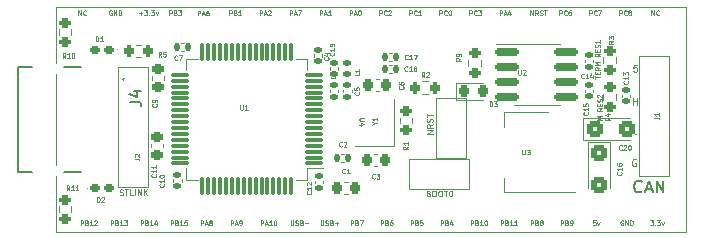
<source format=gto>
G04 #@! TF.GenerationSoftware,KiCad,Pcbnew,(6.0.7-1)-1*
G04 #@! TF.CreationDate,2022-09-05T11:08:54-04:00*
G04 #@! TF.ProjectId,F405_pill,46343035-5f70-4696-9c6c-2e6b69636164,rev?*
G04 #@! TF.SameCoordinates,Original*
G04 #@! TF.FileFunction,Legend,Top*
G04 #@! TF.FilePolarity,Positive*
%FSLAX46Y46*%
G04 Gerber Fmt 4.6, Leading zero omitted, Abs format (unit mm)*
G04 Created by KiCad (PCBNEW (6.0.7-1)-1) date 2022-09-05 11:08:54*
%MOMM*%
%LPD*%
G01*
G04 APERTURE LIST*
G04 Aperture macros list*
%AMRoundRect*
0 Rectangle with rounded corners*
0 $1 Rounding radius*
0 $2 $3 $4 $5 $6 $7 $8 $9 X,Y pos of 4 corners*
0 Add a 4 corners polygon primitive as box body*
4,1,4,$2,$3,$4,$5,$6,$7,$8,$9,$2,$3,0*
0 Add four circle primitives for the rounded corners*
1,1,$1+$1,$2,$3*
1,1,$1+$1,$4,$5*
1,1,$1+$1,$6,$7*
1,1,$1+$1,$8,$9*
0 Add four rect primitives between the rounded corners*
20,1,$1+$1,$2,$3,$4,$5,0*
20,1,$1+$1,$4,$5,$6,$7,0*
20,1,$1+$1,$6,$7,$8,$9,0*
20,1,$1+$1,$8,$9,$2,$3,0*%
G04 Aperture macros list end*
%ADD10C,0.060000*%
%ADD11C,0.080000*%
%ADD12C,0.150000*%
%ADD13C,0.090000*%
%ADD14C,0.100000*%
%ADD15C,0.070000*%
%ADD16C,0.120000*%
%ADD17C,0.127000*%
%ADD18C,0.200000*%
%ADD19RoundRect,0.225000X0.250000X-0.225000X0.250000X0.225000X-0.250000X0.225000X-0.250000X-0.225000X0*%
%ADD20RoundRect,0.225000X-0.250000X0.225000X-0.250000X-0.225000X0.250000X-0.225000X0.250000X0.225000X0*%
%ADD21RoundRect,0.140000X-0.170000X0.140000X-0.170000X-0.140000X0.170000X-0.140000X0.170000X0.140000X0*%
%ADD22RoundRect,0.140000X0.140000X0.170000X-0.140000X0.170000X-0.140000X-0.170000X0.140000X-0.170000X0*%
%ADD23RoundRect,0.200000X-0.275000X0.200000X-0.275000X-0.200000X0.275000X-0.200000X0.275000X0.200000X0*%
%ADD24R,2.000000X1.500000*%
%ADD25R,2.000000X3.800000*%
%ADD26C,1.524000*%
%ADD27R,1.200000X1.400000*%
%ADD28RoundRect,0.200000X0.275000X-0.200000X0.275000X0.200000X-0.275000X0.200000X-0.275000X-0.200000X0*%
%ADD29RoundRect,0.140000X0.170000X-0.140000X0.170000X0.140000X-0.170000X0.140000X-0.170000X-0.140000X0*%
%ADD30RoundRect,0.225000X-0.225000X-0.250000X0.225000X-0.250000X0.225000X0.250000X-0.225000X0.250000X0*%
%ADD31RoundRect,0.140000X-0.140000X-0.170000X0.140000X-0.170000X0.140000X0.170000X-0.140000X0.170000X0*%
%ADD32RoundRect,0.250000X-0.450000X-0.425000X0.450000X-0.425000X0.450000X0.425000X-0.450000X0.425000X0*%
%ADD33RoundRect,0.160000X0.222500X0.160000X-0.222500X0.160000X-0.222500X-0.160000X0.222500X-0.160000X0*%
%ADD34RoundRect,0.075000X0.700000X0.075000X-0.700000X0.075000X-0.700000X-0.075000X0.700000X-0.075000X0*%
%ADD35RoundRect,0.075000X0.075000X0.700000X-0.075000X0.700000X-0.075000X-0.700000X0.075000X-0.700000X0*%
%ADD36RoundRect,0.218750X-0.218750X-0.256250X0.218750X-0.256250X0.218750X0.256250X-0.218750X0.256250X0*%
%ADD37RoundRect,0.225000X0.225000X0.250000X-0.225000X0.250000X-0.225000X-0.250000X0.225000X-0.250000X0*%
%ADD38RoundRect,0.147500X-0.172500X0.147500X-0.172500X-0.147500X0.172500X-0.147500X0.172500X0.147500X0*%
%ADD39RoundRect,0.250000X-0.425000X0.450000X-0.425000X-0.450000X0.425000X-0.450000X0.425000X0.450000X0*%
%ADD40RoundRect,0.150000X-0.825000X-0.150000X0.825000X-0.150000X0.825000X0.150000X-0.825000X0.150000X0*%
%ADD41RoundRect,0.200000X0.200000X0.275000X-0.200000X0.275000X-0.200000X-0.275000X0.200000X-0.275000X0*%
%ADD42C,0.700000*%
%ADD43R,1.450000X0.600000*%
%ADD44R,1.450000X0.300000*%
%ADD45O,2.100000X1.050000*%
%ADD46RoundRect,0.160000X-0.222500X-0.160000X0.222500X-0.160000X0.222500X0.160000X-0.222500X0.160000X0*%
G04 APERTURE END LIST*
D10*
X128912238Y-93652952D02*
X128912238Y-93252952D01*
X129064619Y-93252952D01*
X129102714Y-93272000D01*
X129121761Y-93291047D01*
X129140809Y-93329142D01*
X129140809Y-93386285D01*
X129121761Y-93424380D01*
X129102714Y-93443428D01*
X129064619Y-93462476D01*
X128912238Y-93462476D01*
X129445571Y-93443428D02*
X129502714Y-93462476D01*
X129521761Y-93481523D01*
X129540809Y-93519619D01*
X129540809Y-93576761D01*
X129521761Y-93614857D01*
X129502714Y-93633904D01*
X129464619Y-93652952D01*
X129312238Y-93652952D01*
X129312238Y-93252952D01*
X129445571Y-93252952D01*
X129483666Y-93272000D01*
X129502714Y-93291047D01*
X129521761Y-93329142D01*
X129521761Y-93367238D01*
X129502714Y-93405333D01*
X129483666Y-93424380D01*
X129445571Y-93443428D01*
X129312238Y-93443428D01*
X129883666Y-93386285D02*
X129883666Y-93652952D01*
X129788428Y-93233904D02*
X129693190Y-93519619D01*
X129940809Y-93519619D01*
X118752238Y-93252952D02*
X118752238Y-93576761D01*
X118771285Y-93614857D01*
X118790333Y-93633904D01*
X118828428Y-93652952D01*
X118904619Y-93652952D01*
X118942714Y-93633904D01*
X118961761Y-93614857D01*
X118980809Y-93576761D01*
X118980809Y-93252952D01*
X119152238Y-93633904D02*
X119209380Y-93652952D01*
X119304619Y-93652952D01*
X119342714Y-93633904D01*
X119361761Y-93614857D01*
X119380809Y-93576761D01*
X119380809Y-93538666D01*
X119361761Y-93500571D01*
X119342714Y-93481523D01*
X119304619Y-93462476D01*
X119228428Y-93443428D01*
X119190333Y-93424380D01*
X119171285Y-93405333D01*
X119152238Y-93367238D01*
X119152238Y-93329142D01*
X119171285Y-93291047D01*
X119190333Y-93272000D01*
X119228428Y-93252952D01*
X119323666Y-93252952D01*
X119380809Y-93272000D01*
X119685571Y-93443428D02*
X119742714Y-93462476D01*
X119761761Y-93481523D01*
X119780809Y-93519619D01*
X119780809Y-93576761D01*
X119761761Y-93614857D01*
X119742714Y-93633904D01*
X119704619Y-93652952D01*
X119552238Y-93652952D01*
X119552238Y-93252952D01*
X119685571Y-93252952D01*
X119723666Y-93272000D01*
X119742714Y-93291047D01*
X119761761Y-93329142D01*
X119761761Y-93367238D01*
X119742714Y-93405333D01*
X119723666Y-93424380D01*
X119685571Y-93443428D01*
X119552238Y-93443428D01*
X119952238Y-93500571D02*
X120257000Y-93500571D01*
X120104619Y-93652952D02*
X120104619Y-93348190D01*
X113672238Y-93652952D02*
X113672238Y-93252952D01*
X113824619Y-93252952D01*
X113862714Y-93272000D01*
X113881761Y-93291047D01*
X113900809Y-93329142D01*
X113900809Y-93386285D01*
X113881761Y-93424380D01*
X113862714Y-93443428D01*
X113824619Y-93462476D01*
X113672238Y-93462476D01*
X114053190Y-93538666D02*
X114243666Y-93538666D01*
X114015095Y-93652952D02*
X114148428Y-93252952D01*
X114281761Y-93652952D01*
X114624619Y-93652952D02*
X114396047Y-93652952D01*
X114510333Y-93652952D02*
X114510333Y-93252952D01*
X114472238Y-93310095D01*
X114434142Y-93348190D01*
X114396047Y-93367238D01*
X114872238Y-93252952D02*
X114910333Y-93252952D01*
X114948428Y-93272000D01*
X114967476Y-93291047D01*
X114986523Y-93329142D01*
X115005571Y-93405333D01*
X115005571Y-93500571D01*
X114986523Y-93576761D01*
X114967476Y-93614857D01*
X114948428Y-93633904D01*
X114910333Y-93652952D01*
X114872238Y-93652952D01*
X114834142Y-93633904D01*
X114815095Y-93614857D01*
X114796047Y-93576761D01*
X114777000Y-93500571D01*
X114777000Y-93405333D01*
X114796047Y-93329142D01*
X114815095Y-93291047D01*
X114834142Y-93272000D01*
X114872238Y-93252952D01*
X146654142Y-93252952D02*
X146901761Y-93252952D01*
X146768428Y-93405333D01*
X146825571Y-93405333D01*
X146863666Y-93424380D01*
X146882714Y-93443428D01*
X146901761Y-93481523D01*
X146901761Y-93576761D01*
X146882714Y-93614857D01*
X146863666Y-93633904D01*
X146825571Y-93652952D01*
X146711285Y-93652952D01*
X146673190Y-93633904D01*
X146654142Y-93614857D01*
X147073190Y-93614857D02*
X147092238Y-93633904D01*
X147073190Y-93652952D01*
X147054142Y-93633904D01*
X147073190Y-93614857D01*
X147073190Y-93652952D01*
X147225571Y-93252952D02*
X147473190Y-93252952D01*
X147339857Y-93405333D01*
X147397000Y-93405333D01*
X147435095Y-93424380D01*
X147454142Y-93443428D01*
X147473190Y-93481523D01*
X147473190Y-93576761D01*
X147454142Y-93614857D01*
X147435095Y-93633904D01*
X147397000Y-93652952D01*
X147282714Y-93652952D01*
X147244619Y-93633904D01*
X147225571Y-93614857D01*
X147606523Y-93386285D02*
X147701761Y-93652952D01*
X147797000Y-93386285D01*
X103512238Y-93652952D02*
X103512238Y-93252952D01*
X103664619Y-93252952D01*
X103702714Y-93272000D01*
X103721761Y-93291047D01*
X103740809Y-93329142D01*
X103740809Y-93386285D01*
X103721761Y-93424380D01*
X103702714Y-93443428D01*
X103664619Y-93462476D01*
X103512238Y-93462476D01*
X104045571Y-93443428D02*
X104102714Y-93462476D01*
X104121761Y-93481523D01*
X104140809Y-93519619D01*
X104140809Y-93576761D01*
X104121761Y-93614857D01*
X104102714Y-93633904D01*
X104064619Y-93652952D01*
X103912238Y-93652952D01*
X103912238Y-93252952D01*
X104045571Y-93252952D01*
X104083666Y-93272000D01*
X104102714Y-93291047D01*
X104121761Y-93329142D01*
X104121761Y-93367238D01*
X104102714Y-93405333D01*
X104083666Y-93424380D01*
X104045571Y-93443428D01*
X103912238Y-93443428D01*
X104521761Y-93652952D02*
X104293190Y-93652952D01*
X104407476Y-93652952D02*
X104407476Y-93252952D01*
X104369380Y-93310095D01*
X104331285Y-93348190D01*
X104293190Y-93367238D01*
X104864619Y-93386285D02*
X104864619Y-93652952D01*
X104769380Y-93233904D02*
X104674142Y-93519619D01*
X104921761Y-93519619D01*
X113579333Y-75872952D02*
X113579333Y-75472952D01*
X113731714Y-75472952D01*
X113769809Y-75492000D01*
X113788857Y-75511047D01*
X113807904Y-75549142D01*
X113807904Y-75606285D01*
X113788857Y-75644380D01*
X113769809Y-75663428D01*
X113731714Y-75682476D01*
X113579333Y-75682476D01*
X113960285Y-75758666D02*
X114150761Y-75758666D01*
X113922190Y-75872952D02*
X114055523Y-75472952D01*
X114188857Y-75872952D01*
X114303142Y-75511047D02*
X114322190Y-75492000D01*
X114360285Y-75472952D01*
X114455523Y-75472952D01*
X114493619Y-75492000D01*
X114512666Y-75511047D01*
X114531714Y-75549142D01*
X114531714Y-75587238D01*
X114512666Y-75644380D01*
X114284095Y-75872952D01*
X114531714Y-75872952D01*
X136502857Y-75872952D02*
X136502857Y-75472952D01*
X136731428Y-75872952D01*
X136731428Y-75472952D01*
X137150476Y-75872952D02*
X137017142Y-75682476D01*
X136921904Y-75872952D02*
X136921904Y-75472952D01*
X137074285Y-75472952D01*
X137112380Y-75492000D01*
X137131428Y-75511047D01*
X137150476Y-75549142D01*
X137150476Y-75606285D01*
X137131428Y-75644380D01*
X137112380Y-75663428D01*
X137074285Y-75682476D01*
X136921904Y-75682476D01*
X137302857Y-75853904D02*
X137360000Y-75872952D01*
X137455238Y-75872952D01*
X137493333Y-75853904D01*
X137512380Y-75834857D01*
X137531428Y-75796761D01*
X137531428Y-75758666D01*
X137512380Y-75720571D01*
X137493333Y-75701523D01*
X137455238Y-75682476D01*
X137379047Y-75663428D01*
X137340952Y-75644380D01*
X137321904Y-75625333D01*
X137302857Y-75587238D01*
X137302857Y-75549142D01*
X137321904Y-75511047D01*
X137340952Y-75492000D01*
X137379047Y-75472952D01*
X137474285Y-75472952D01*
X137531428Y-75492000D01*
X137645714Y-75472952D02*
X137874285Y-75472952D01*
X137760000Y-75872952D02*
X137760000Y-75472952D01*
X103359047Y-75720571D02*
X103663809Y-75720571D01*
X103511428Y-75872952D02*
X103511428Y-75568190D01*
X103816190Y-75472952D02*
X104063809Y-75472952D01*
X103930476Y-75625333D01*
X103987619Y-75625333D01*
X104025714Y-75644380D01*
X104044761Y-75663428D01*
X104063809Y-75701523D01*
X104063809Y-75796761D01*
X104044761Y-75834857D01*
X104025714Y-75853904D01*
X103987619Y-75872952D01*
X103873333Y-75872952D01*
X103835238Y-75853904D01*
X103816190Y-75834857D01*
X104235238Y-75834857D02*
X104254285Y-75853904D01*
X104235238Y-75872952D01*
X104216190Y-75853904D01*
X104235238Y-75834857D01*
X104235238Y-75872952D01*
X104387619Y-75472952D02*
X104635238Y-75472952D01*
X104501904Y-75625333D01*
X104559047Y-75625333D01*
X104597142Y-75644380D01*
X104616190Y-75663428D01*
X104635238Y-75701523D01*
X104635238Y-75796761D01*
X104616190Y-75834857D01*
X104597142Y-75853904D01*
X104559047Y-75872952D01*
X104444761Y-75872952D01*
X104406666Y-75853904D01*
X104387619Y-75834857D01*
X104768571Y-75606285D02*
X104863809Y-75872952D01*
X104959047Y-75606285D01*
X98432238Y-93652952D02*
X98432238Y-93252952D01*
X98584619Y-93252952D01*
X98622714Y-93272000D01*
X98641761Y-93291047D01*
X98660809Y-93329142D01*
X98660809Y-93386285D01*
X98641761Y-93424380D01*
X98622714Y-93443428D01*
X98584619Y-93462476D01*
X98432238Y-93462476D01*
X98965571Y-93443428D02*
X99022714Y-93462476D01*
X99041761Y-93481523D01*
X99060809Y-93519619D01*
X99060809Y-93576761D01*
X99041761Y-93614857D01*
X99022714Y-93633904D01*
X98984619Y-93652952D01*
X98832238Y-93652952D01*
X98832238Y-93252952D01*
X98965571Y-93252952D01*
X99003666Y-93272000D01*
X99022714Y-93291047D01*
X99041761Y-93329142D01*
X99041761Y-93367238D01*
X99022714Y-93405333D01*
X99003666Y-93424380D01*
X98965571Y-93443428D01*
X98832238Y-93443428D01*
X99441761Y-93652952D02*
X99213190Y-93652952D01*
X99327476Y-93652952D02*
X99327476Y-93252952D01*
X99289380Y-93310095D01*
X99251285Y-93348190D01*
X99213190Y-93367238D01*
X99594142Y-93291047D02*
X99613190Y-93272000D01*
X99651285Y-93252952D01*
X99746523Y-93252952D01*
X99784619Y-93272000D01*
X99803666Y-93291047D01*
X99822714Y-93329142D01*
X99822714Y-93367238D01*
X99803666Y-93424380D01*
X99575095Y-93652952D01*
X99822714Y-93652952D01*
D11*
X145530857Y-80063428D02*
X145245142Y-80063428D01*
X145216571Y-80349142D01*
X145245142Y-80320571D01*
X145302285Y-80292000D01*
X145445142Y-80292000D01*
X145502285Y-80320571D01*
X145530857Y-80349142D01*
X145559428Y-80406285D01*
X145559428Y-80549142D01*
X145530857Y-80606285D01*
X145502285Y-80634857D01*
X145445142Y-80663428D01*
X145302285Y-80663428D01*
X145245142Y-80634857D01*
X145216571Y-80606285D01*
D12*
X145915142Y-90781142D02*
X145867523Y-90828761D01*
X145724666Y-90876380D01*
X145629428Y-90876380D01*
X145486571Y-90828761D01*
X145391333Y-90733523D01*
X145343714Y-90638285D01*
X145296095Y-90447809D01*
X145296095Y-90304952D01*
X145343714Y-90114476D01*
X145391333Y-90019238D01*
X145486571Y-89924000D01*
X145629428Y-89876380D01*
X145724666Y-89876380D01*
X145867523Y-89924000D01*
X145915142Y-89971619D01*
X146296095Y-90590666D02*
X146772285Y-90590666D01*
X146200857Y-90876380D02*
X146534190Y-89876380D01*
X146867523Y-90876380D01*
X147200857Y-90876380D02*
X147200857Y-89876380D01*
X147772285Y-90876380D01*
X147772285Y-89876380D01*
D13*
X128226190Y-85921428D02*
X127726190Y-85921428D01*
X128226190Y-85635714D01*
X127726190Y-85635714D01*
X128226190Y-85111904D02*
X127988095Y-85278571D01*
X128226190Y-85397619D02*
X127726190Y-85397619D01*
X127726190Y-85207142D01*
X127750000Y-85159523D01*
X127773809Y-85135714D01*
X127821428Y-85111904D01*
X127892857Y-85111904D01*
X127940476Y-85135714D01*
X127964285Y-85159523D01*
X127988095Y-85207142D01*
X127988095Y-85397619D01*
X128202380Y-84921428D02*
X128226190Y-84850000D01*
X128226190Y-84730952D01*
X128202380Y-84683333D01*
X128178571Y-84659523D01*
X128130952Y-84635714D01*
X128083333Y-84635714D01*
X128035714Y-84659523D01*
X128011904Y-84683333D01*
X127988095Y-84730952D01*
X127964285Y-84826190D01*
X127940476Y-84873809D01*
X127916666Y-84897619D01*
X127869047Y-84921428D01*
X127821428Y-84921428D01*
X127773809Y-84897619D01*
X127750000Y-84873809D01*
X127726190Y-84826190D01*
X127726190Y-84707142D01*
X127750000Y-84635714D01*
X127726190Y-84492857D02*
X127726190Y-84207142D01*
X128226190Y-84350000D02*
X127726190Y-84350000D01*
X127883333Y-90964285D02*
X127954761Y-90988095D01*
X127978571Y-91011904D01*
X128002380Y-91059523D01*
X128002380Y-91130952D01*
X127978571Y-91178571D01*
X127954761Y-91202380D01*
X127907142Y-91226190D01*
X127716666Y-91226190D01*
X127716666Y-90726190D01*
X127883333Y-90726190D01*
X127930952Y-90750000D01*
X127954761Y-90773809D01*
X127978571Y-90821428D01*
X127978571Y-90869047D01*
X127954761Y-90916666D01*
X127930952Y-90940476D01*
X127883333Y-90964285D01*
X127716666Y-90964285D01*
X128311904Y-90726190D02*
X128407142Y-90726190D01*
X128454761Y-90750000D01*
X128502380Y-90797619D01*
X128526190Y-90892857D01*
X128526190Y-91059523D01*
X128502380Y-91154761D01*
X128454761Y-91202380D01*
X128407142Y-91226190D01*
X128311904Y-91226190D01*
X128264285Y-91202380D01*
X128216666Y-91154761D01*
X128192857Y-91059523D01*
X128192857Y-90892857D01*
X128216666Y-90797619D01*
X128264285Y-90750000D01*
X128311904Y-90726190D01*
X128835714Y-90726190D02*
X128930952Y-90726190D01*
X128978571Y-90750000D01*
X129026190Y-90797619D01*
X129050000Y-90892857D01*
X129050000Y-91059523D01*
X129026190Y-91154761D01*
X128978571Y-91202380D01*
X128930952Y-91226190D01*
X128835714Y-91226190D01*
X128788095Y-91202380D01*
X128740476Y-91154761D01*
X128716666Y-91059523D01*
X128716666Y-90892857D01*
X128740476Y-90797619D01*
X128788095Y-90750000D01*
X128835714Y-90726190D01*
X129192857Y-90726190D02*
X129478571Y-90726190D01*
X129335714Y-91226190D02*
X129335714Y-90726190D01*
X129740476Y-90726190D02*
X129788095Y-90726190D01*
X129835714Y-90750000D01*
X129859523Y-90773809D01*
X129883333Y-90821428D01*
X129907142Y-90916666D01*
X129907142Y-91035714D01*
X129883333Y-91130952D01*
X129859523Y-91178571D01*
X129835714Y-91202380D01*
X129788095Y-91226190D01*
X129740476Y-91226190D01*
X129692857Y-91202380D01*
X129669047Y-91178571D01*
X129645238Y-91130952D01*
X129621428Y-91035714D01*
X129621428Y-90916666D01*
X129645238Y-90821428D01*
X129669047Y-90773809D01*
X129692857Y-90750000D01*
X129740476Y-90726190D01*
D10*
X121292238Y-93652952D02*
X121292238Y-93252952D01*
X121444619Y-93252952D01*
X121482714Y-93272000D01*
X121501761Y-93291047D01*
X121520809Y-93329142D01*
X121520809Y-93386285D01*
X121501761Y-93424380D01*
X121482714Y-93443428D01*
X121444619Y-93462476D01*
X121292238Y-93462476D01*
X121825571Y-93443428D02*
X121882714Y-93462476D01*
X121901761Y-93481523D01*
X121920809Y-93519619D01*
X121920809Y-93576761D01*
X121901761Y-93614857D01*
X121882714Y-93633904D01*
X121844619Y-93652952D01*
X121692238Y-93652952D01*
X121692238Y-93252952D01*
X121825571Y-93252952D01*
X121863666Y-93272000D01*
X121882714Y-93291047D01*
X121901761Y-93329142D01*
X121901761Y-93367238D01*
X121882714Y-93405333D01*
X121863666Y-93424380D01*
X121825571Y-93443428D01*
X121692238Y-93443428D01*
X122054142Y-93252952D02*
X122320809Y-93252952D01*
X122149380Y-93652952D01*
X101041238Y-75492000D02*
X101003142Y-75472952D01*
X100946000Y-75472952D01*
X100888857Y-75492000D01*
X100850761Y-75530095D01*
X100831714Y-75568190D01*
X100812666Y-75644380D01*
X100812666Y-75701523D01*
X100831714Y-75777714D01*
X100850761Y-75815809D01*
X100888857Y-75853904D01*
X100946000Y-75872952D01*
X100984095Y-75872952D01*
X101041238Y-75853904D01*
X101060285Y-75834857D01*
X101060285Y-75701523D01*
X100984095Y-75701523D01*
X101231714Y-75872952D02*
X101231714Y-75472952D01*
X101460285Y-75872952D01*
X101460285Y-75472952D01*
X101650761Y-75872952D02*
X101650761Y-75472952D01*
X101746000Y-75472952D01*
X101803142Y-75492000D01*
X101841238Y-75530095D01*
X101860285Y-75568190D01*
X101879333Y-75644380D01*
X101879333Y-75701523D01*
X101860285Y-75777714D01*
X101841238Y-75815809D01*
X101803142Y-75853904D01*
X101746000Y-75872952D01*
X101650761Y-75872952D01*
D11*
X145216571Y-83463428D02*
X145216571Y-82863428D01*
X145216571Y-83149142D02*
X145559428Y-83149142D01*
X145559428Y-83463428D02*
X145559428Y-82863428D01*
D10*
X128790761Y-75872952D02*
X128790761Y-75472952D01*
X128943142Y-75472952D01*
X128981238Y-75492000D01*
X129000285Y-75511047D01*
X129019333Y-75549142D01*
X129019333Y-75606285D01*
X129000285Y-75644380D01*
X128981238Y-75663428D01*
X128943142Y-75682476D01*
X128790761Y-75682476D01*
X129419333Y-75834857D02*
X129400285Y-75853904D01*
X129343142Y-75872952D01*
X129305047Y-75872952D01*
X129247904Y-75853904D01*
X129209809Y-75815809D01*
X129190761Y-75777714D01*
X129171714Y-75701523D01*
X129171714Y-75644380D01*
X129190761Y-75568190D01*
X129209809Y-75530095D01*
X129247904Y-75492000D01*
X129305047Y-75472952D01*
X129343142Y-75472952D01*
X129400285Y-75492000D01*
X129419333Y-75511047D01*
X129666952Y-75472952D02*
X129705047Y-75472952D01*
X129743142Y-75492000D01*
X129762190Y-75511047D01*
X129781238Y-75549142D01*
X129800285Y-75625333D01*
X129800285Y-75720571D01*
X129781238Y-75796761D01*
X129762190Y-75834857D01*
X129743142Y-75853904D01*
X129705047Y-75872952D01*
X129666952Y-75872952D01*
X129628857Y-75853904D01*
X129609809Y-75834857D01*
X129590761Y-75796761D01*
X129571714Y-75720571D01*
X129571714Y-75625333D01*
X129590761Y-75549142D01*
X129609809Y-75511047D01*
X129628857Y-75492000D01*
X129666952Y-75472952D01*
D14*
X142180952Y-85838095D02*
X142180952Y-85609523D01*
X142580952Y-85723809D02*
X142180952Y-85723809D01*
X142371428Y-85476190D02*
X142371428Y-85342857D01*
X142580952Y-85285714D02*
X142580952Y-85476190D01*
X142180952Y-85476190D01*
X142180952Y-85285714D01*
X142580952Y-84885714D02*
X142390476Y-85019047D01*
X142580952Y-85114285D02*
X142180952Y-85114285D01*
X142180952Y-84961904D01*
X142200000Y-84923809D01*
X142219047Y-84904761D01*
X142257142Y-84885714D01*
X142314285Y-84885714D01*
X142352380Y-84904761D01*
X142371428Y-84923809D01*
X142390476Y-84961904D01*
X142390476Y-85114285D01*
X142580952Y-84714285D02*
X142180952Y-84714285D01*
X142466666Y-84580952D01*
X142180952Y-84447619D01*
X142580952Y-84447619D01*
X142580952Y-83723809D02*
X142390476Y-83857142D01*
X142580952Y-83952380D02*
X142180952Y-83952380D01*
X142180952Y-83800000D01*
X142200000Y-83761904D01*
X142219047Y-83742857D01*
X142257142Y-83723809D01*
X142314285Y-83723809D01*
X142352380Y-83742857D01*
X142371428Y-83761904D01*
X142390476Y-83800000D01*
X142390476Y-83952380D01*
X142371428Y-83552380D02*
X142371428Y-83419047D01*
X142580952Y-83361904D02*
X142580952Y-83552380D01*
X142180952Y-83552380D01*
X142180952Y-83361904D01*
X142561904Y-83209523D02*
X142580952Y-83152380D01*
X142580952Y-83057142D01*
X142561904Y-83019047D01*
X142542857Y-83000000D01*
X142504761Y-82980952D01*
X142466666Y-82980952D01*
X142428571Y-83000000D01*
X142409523Y-83019047D01*
X142390476Y-83057142D01*
X142371428Y-83133333D01*
X142352380Y-83171428D01*
X142333333Y-83190476D01*
X142295238Y-83209523D01*
X142257142Y-83209523D01*
X142219047Y-83190476D01*
X142200000Y-83171428D01*
X142180952Y-83133333D01*
X142180952Y-83038095D01*
X142200000Y-82980952D01*
X142219047Y-82828571D02*
X142200000Y-82809523D01*
X142180952Y-82771428D01*
X142180952Y-82676190D01*
X142200000Y-82638095D01*
X142219047Y-82619047D01*
X142257142Y-82600000D01*
X142295238Y-82600000D01*
X142352380Y-82619047D01*
X142580952Y-82847619D01*
X142580952Y-82600000D01*
D10*
X142024714Y-93252952D02*
X141834238Y-93252952D01*
X141815190Y-93443428D01*
X141834238Y-93424380D01*
X141872333Y-93405333D01*
X141967571Y-93405333D01*
X142005666Y-93424380D01*
X142024714Y-93443428D01*
X142043761Y-93481523D01*
X142043761Y-93576761D01*
X142024714Y-93614857D01*
X142005666Y-93633904D01*
X141967571Y-93652952D01*
X141872333Y-93652952D01*
X141834238Y-93633904D01*
X141815190Y-93614857D01*
X142177095Y-93386285D02*
X142272333Y-93652952D01*
X142367571Y-93386285D01*
X136532238Y-93652952D02*
X136532238Y-93252952D01*
X136684619Y-93252952D01*
X136722714Y-93272000D01*
X136741761Y-93291047D01*
X136760809Y-93329142D01*
X136760809Y-93386285D01*
X136741761Y-93424380D01*
X136722714Y-93443428D01*
X136684619Y-93462476D01*
X136532238Y-93462476D01*
X137065571Y-93443428D02*
X137122714Y-93462476D01*
X137141761Y-93481523D01*
X137160809Y-93519619D01*
X137160809Y-93576761D01*
X137141761Y-93614857D01*
X137122714Y-93633904D01*
X137084619Y-93652952D01*
X136932238Y-93652952D01*
X136932238Y-93252952D01*
X137065571Y-93252952D01*
X137103666Y-93272000D01*
X137122714Y-93291047D01*
X137141761Y-93329142D01*
X137141761Y-93367238D01*
X137122714Y-93405333D01*
X137103666Y-93424380D01*
X137065571Y-93443428D01*
X136932238Y-93443428D01*
X137389380Y-93424380D02*
X137351285Y-93405333D01*
X137332238Y-93386285D01*
X137313190Y-93348190D01*
X137313190Y-93329142D01*
X137332238Y-93291047D01*
X137351285Y-93272000D01*
X137389380Y-93252952D01*
X137465571Y-93252952D01*
X137503666Y-93272000D01*
X137522714Y-93291047D01*
X137541761Y-93329142D01*
X137541761Y-93348190D01*
X137522714Y-93386285D01*
X137503666Y-93405333D01*
X137465571Y-93424380D01*
X137389380Y-93424380D01*
X137351285Y-93443428D01*
X137332238Y-93462476D01*
X137313190Y-93500571D01*
X137313190Y-93576761D01*
X137332238Y-93614857D01*
X137351285Y-93633904D01*
X137389380Y-93652952D01*
X137465571Y-93652952D01*
X137503666Y-93633904D01*
X137522714Y-93614857D01*
X137541761Y-93576761D01*
X137541761Y-93500571D01*
X137522714Y-93462476D01*
X137503666Y-93443428D01*
X137465571Y-93424380D01*
X139072238Y-93652952D02*
X139072238Y-93252952D01*
X139224619Y-93252952D01*
X139262714Y-93272000D01*
X139281761Y-93291047D01*
X139300809Y-93329142D01*
X139300809Y-93386285D01*
X139281761Y-93424380D01*
X139262714Y-93443428D01*
X139224619Y-93462476D01*
X139072238Y-93462476D01*
X139605571Y-93443428D02*
X139662714Y-93462476D01*
X139681761Y-93481523D01*
X139700809Y-93519619D01*
X139700809Y-93576761D01*
X139681761Y-93614857D01*
X139662714Y-93633904D01*
X139624619Y-93652952D01*
X139472238Y-93652952D01*
X139472238Y-93252952D01*
X139605571Y-93252952D01*
X139643666Y-93272000D01*
X139662714Y-93291047D01*
X139681761Y-93329142D01*
X139681761Y-93367238D01*
X139662714Y-93405333D01*
X139643666Y-93424380D01*
X139605571Y-93443428D01*
X139472238Y-93443428D01*
X139891285Y-93652952D02*
X139967476Y-93652952D01*
X140005571Y-93633904D01*
X140024619Y-93614857D01*
X140062714Y-93557714D01*
X140081761Y-93481523D01*
X140081761Y-93329142D01*
X140062714Y-93291047D01*
X140043666Y-93272000D01*
X140005571Y-93252952D01*
X139929380Y-93252952D01*
X139891285Y-93272000D01*
X139872238Y-93291047D01*
X139853190Y-93329142D01*
X139853190Y-93424380D01*
X139872238Y-93462476D01*
X139891285Y-93481523D01*
X139929380Y-93500571D01*
X140005571Y-93500571D01*
X140043666Y-93481523D01*
X140062714Y-93462476D01*
X140081761Y-93424380D01*
X123832238Y-93652952D02*
X123832238Y-93252952D01*
X123984619Y-93252952D01*
X124022714Y-93272000D01*
X124041761Y-93291047D01*
X124060809Y-93329142D01*
X124060809Y-93386285D01*
X124041761Y-93424380D01*
X124022714Y-93443428D01*
X123984619Y-93462476D01*
X123832238Y-93462476D01*
X124365571Y-93443428D02*
X124422714Y-93462476D01*
X124441761Y-93481523D01*
X124460809Y-93519619D01*
X124460809Y-93576761D01*
X124441761Y-93614857D01*
X124422714Y-93633904D01*
X124384619Y-93652952D01*
X124232238Y-93652952D01*
X124232238Y-93252952D01*
X124365571Y-93252952D01*
X124403666Y-93272000D01*
X124422714Y-93291047D01*
X124441761Y-93329142D01*
X124441761Y-93367238D01*
X124422714Y-93405333D01*
X124403666Y-93424380D01*
X124365571Y-93443428D01*
X124232238Y-93443428D01*
X124803666Y-93252952D02*
X124727476Y-93252952D01*
X124689380Y-93272000D01*
X124670333Y-93291047D01*
X124632238Y-93348190D01*
X124613190Y-93424380D01*
X124613190Y-93576761D01*
X124632238Y-93614857D01*
X124651285Y-93633904D01*
X124689380Y-93652952D01*
X124765571Y-93652952D01*
X124803666Y-93633904D01*
X124822714Y-93614857D01*
X124841761Y-93576761D01*
X124841761Y-93481523D01*
X124822714Y-93443428D01*
X124803666Y-93424380D01*
X124765571Y-93405333D01*
X124689380Y-93405333D01*
X124651285Y-93424380D01*
X124632238Y-93443428D01*
X124613190Y-93481523D01*
X100972238Y-93652952D02*
X100972238Y-93252952D01*
X101124619Y-93252952D01*
X101162714Y-93272000D01*
X101181761Y-93291047D01*
X101200809Y-93329142D01*
X101200809Y-93386285D01*
X101181761Y-93424380D01*
X101162714Y-93443428D01*
X101124619Y-93462476D01*
X100972238Y-93462476D01*
X101505571Y-93443428D02*
X101562714Y-93462476D01*
X101581761Y-93481523D01*
X101600809Y-93519619D01*
X101600809Y-93576761D01*
X101581761Y-93614857D01*
X101562714Y-93633904D01*
X101524619Y-93652952D01*
X101372238Y-93652952D01*
X101372238Y-93252952D01*
X101505571Y-93252952D01*
X101543666Y-93272000D01*
X101562714Y-93291047D01*
X101581761Y-93329142D01*
X101581761Y-93367238D01*
X101562714Y-93405333D01*
X101543666Y-93424380D01*
X101505571Y-93443428D01*
X101372238Y-93443428D01*
X101981761Y-93652952D02*
X101753190Y-93652952D01*
X101867476Y-93652952D02*
X101867476Y-93252952D01*
X101829380Y-93310095D01*
X101791285Y-93348190D01*
X101753190Y-93367238D01*
X102115095Y-93252952D02*
X102362714Y-93252952D01*
X102229380Y-93405333D01*
X102286523Y-93405333D01*
X102324619Y-93424380D01*
X102343666Y-93443428D01*
X102362714Y-93481523D01*
X102362714Y-93576761D01*
X102343666Y-93614857D01*
X102324619Y-93633904D01*
X102286523Y-93652952D01*
X102172238Y-93652952D01*
X102134142Y-93633904D01*
X102115095Y-93614857D01*
X141490761Y-75872952D02*
X141490761Y-75472952D01*
X141643142Y-75472952D01*
X141681238Y-75492000D01*
X141700285Y-75511047D01*
X141719333Y-75549142D01*
X141719333Y-75606285D01*
X141700285Y-75644380D01*
X141681238Y-75663428D01*
X141643142Y-75682476D01*
X141490761Y-75682476D01*
X142119333Y-75834857D02*
X142100285Y-75853904D01*
X142043142Y-75872952D01*
X142005047Y-75872952D01*
X141947904Y-75853904D01*
X141909809Y-75815809D01*
X141890761Y-75777714D01*
X141871714Y-75701523D01*
X141871714Y-75644380D01*
X141890761Y-75568190D01*
X141909809Y-75530095D01*
X141947904Y-75492000D01*
X142005047Y-75472952D01*
X142043142Y-75472952D01*
X142100285Y-75492000D01*
X142119333Y-75511047D01*
X142252666Y-75472952D02*
X142519333Y-75472952D01*
X142347904Y-75872952D01*
X121199333Y-75872952D02*
X121199333Y-75472952D01*
X121351714Y-75472952D01*
X121389809Y-75492000D01*
X121408857Y-75511047D01*
X121427904Y-75549142D01*
X121427904Y-75606285D01*
X121408857Y-75644380D01*
X121389809Y-75663428D01*
X121351714Y-75682476D01*
X121199333Y-75682476D01*
X121580285Y-75758666D02*
X121770761Y-75758666D01*
X121542190Y-75872952D02*
X121675523Y-75472952D01*
X121808857Y-75872952D01*
X122018380Y-75472952D02*
X122056476Y-75472952D01*
X122094571Y-75492000D01*
X122113619Y-75511047D01*
X122132666Y-75549142D01*
X122151714Y-75625333D01*
X122151714Y-75720571D01*
X122132666Y-75796761D01*
X122113619Y-75834857D01*
X122094571Y-75853904D01*
X122056476Y-75872952D01*
X122018380Y-75872952D01*
X121980285Y-75853904D01*
X121961238Y-75834857D01*
X121942190Y-75796761D01*
X121923142Y-75720571D01*
X121923142Y-75625333D01*
X121942190Y-75549142D01*
X121961238Y-75511047D01*
X121980285Y-75492000D01*
X122018380Y-75472952D01*
D11*
X145445142Y-88092000D02*
X145388000Y-88063428D01*
X145302285Y-88063428D01*
X145216571Y-88092000D01*
X145159428Y-88149142D01*
X145130857Y-88206285D01*
X145102285Y-88320571D01*
X145102285Y-88406285D01*
X145130857Y-88520571D01*
X145159428Y-88577714D01*
X145216571Y-88634857D01*
X145302285Y-88663428D01*
X145359428Y-88663428D01*
X145445142Y-88634857D01*
X145473714Y-88606285D01*
X145473714Y-88406285D01*
X145359428Y-88406285D01*
D10*
X131452238Y-93652952D02*
X131452238Y-93252952D01*
X131604619Y-93252952D01*
X131642714Y-93272000D01*
X131661761Y-93291047D01*
X131680809Y-93329142D01*
X131680809Y-93386285D01*
X131661761Y-93424380D01*
X131642714Y-93443428D01*
X131604619Y-93462476D01*
X131452238Y-93462476D01*
X131985571Y-93443428D02*
X132042714Y-93462476D01*
X132061761Y-93481523D01*
X132080809Y-93519619D01*
X132080809Y-93576761D01*
X132061761Y-93614857D01*
X132042714Y-93633904D01*
X132004619Y-93652952D01*
X131852238Y-93652952D01*
X131852238Y-93252952D01*
X131985571Y-93252952D01*
X132023666Y-93272000D01*
X132042714Y-93291047D01*
X132061761Y-93329142D01*
X132061761Y-93367238D01*
X132042714Y-93405333D01*
X132023666Y-93424380D01*
X131985571Y-93443428D01*
X131852238Y-93443428D01*
X132461761Y-93652952D02*
X132233190Y-93652952D01*
X132347476Y-93652952D02*
X132347476Y-93252952D01*
X132309380Y-93310095D01*
X132271285Y-93348190D01*
X132233190Y-93367238D01*
X132709380Y-93252952D02*
X132747476Y-93252952D01*
X132785571Y-93272000D01*
X132804619Y-93291047D01*
X132823666Y-93329142D01*
X132842714Y-93405333D01*
X132842714Y-93500571D01*
X132823666Y-93576761D01*
X132804619Y-93614857D01*
X132785571Y-93633904D01*
X132747476Y-93652952D01*
X132709380Y-93652952D01*
X132671285Y-93633904D01*
X132652238Y-93614857D01*
X132633190Y-93576761D01*
X132614142Y-93500571D01*
X132614142Y-93405333D01*
X132633190Y-93329142D01*
X132652238Y-93291047D01*
X132671285Y-93272000D01*
X132709380Y-93252952D01*
X133992238Y-93652952D02*
X133992238Y-93252952D01*
X134144619Y-93252952D01*
X134182714Y-93272000D01*
X134201761Y-93291047D01*
X134220809Y-93329142D01*
X134220809Y-93386285D01*
X134201761Y-93424380D01*
X134182714Y-93443428D01*
X134144619Y-93462476D01*
X133992238Y-93462476D01*
X134525571Y-93443428D02*
X134582714Y-93462476D01*
X134601761Y-93481523D01*
X134620809Y-93519619D01*
X134620809Y-93576761D01*
X134601761Y-93614857D01*
X134582714Y-93633904D01*
X134544619Y-93652952D01*
X134392238Y-93652952D01*
X134392238Y-93252952D01*
X134525571Y-93252952D01*
X134563666Y-93272000D01*
X134582714Y-93291047D01*
X134601761Y-93329142D01*
X134601761Y-93367238D01*
X134582714Y-93405333D01*
X134563666Y-93424380D01*
X134525571Y-93443428D01*
X134392238Y-93443428D01*
X135001761Y-93652952D02*
X134773190Y-93652952D01*
X134887476Y-93652952D02*
X134887476Y-93252952D01*
X134849380Y-93310095D01*
X134811285Y-93348190D01*
X134773190Y-93367238D01*
X135382714Y-93652952D02*
X135154142Y-93652952D01*
X135268428Y-93652952D02*
X135268428Y-93252952D01*
X135230333Y-93310095D01*
X135192238Y-93348190D01*
X135154142Y-93367238D01*
X111010761Y-75872952D02*
X111010761Y-75472952D01*
X111163142Y-75472952D01*
X111201238Y-75492000D01*
X111220285Y-75511047D01*
X111239333Y-75549142D01*
X111239333Y-75606285D01*
X111220285Y-75644380D01*
X111201238Y-75663428D01*
X111163142Y-75682476D01*
X111010761Y-75682476D01*
X111544095Y-75663428D02*
X111601238Y-75682476D01*
X111620285Y-75701523D01*
X111639333Y-75739619D01*
X111639333Y-75796761D01*
X111620285Y-75834857D01*
X111601238Y-75853904D01*
X111563142Y-75872952D01*
X111410761Y-75872952D01*
X111410761Y-75472952D01*
X111544095Y-75472952D01*
X111582190Y-75492000D01*
X111601238Y-75511047D01*
X111620285Y-75549142D01*
X111620285Y-75587238D01*
X111601238Y-75625333D01*
X111582190Y-75644380D01*
X111544095Y-75663428D01*
X111410761Y-75663428D01*
X112020285Y-75872952D02*
X111791714Y-75872952D01*
X111906000Y-75872952D02*
X111906000Y-75472952D01*
X111867904Y-75530095D01*
X111829809Y-75568190D01*
X111791714Y-75587238D01*
X108333333Y-75880952D02*
X108333333Y-75480952D01*
X108485714Y-75480952D01*
X108523809Y-75500000D01*
X108542857Y-75519047D01*
X108561904Y-75557142D01*
X108561904Y-75614285D01*
X108542857Y-75652380D01*
X108523809Y-75671428D01*
X108485714Y-75690476D01*
X108333333Y-75690476D01*
X108714285Y-75766666D02*
X108904761Y-75766666D01*
X108676190Y-75880952D02*
X108809523Y-75480952D01*
X108942857Y-75880952D01*
X109247619Y-75480952D02*
X109171428Y-75480952D01*
X109133333Y-75500000D01*
X109114285Y-75519047D01*
X109076190Y-75576190D01*
X109057142Y-75652380D01*
X109057142Y-75804761D01*
X109076190Y-75842857D01*
X109095238Y-75861904D01*
X109133333Y-75880952D01*
X109209523Y-75880952D01*
X109247619Y-75861904D01*
X109266666Y-75842857D01*
X109285714Y-75804761D01*
X109285714Y-75709523D01*
X109266666Y-75671428D01*
X109247619Y-75652380D01*
X109209523Y-75633333D01*
X109133333Y-75633333D01*
X109095238Y-75652380D01*
X109076190Y-75671428D01*
X109057142Y-75709523D01*
X123710761Y-75872952D02*
X123710761Y-75472952D01*
X123863142Y-75472952D01*
X123901238Y-75492000D01*
X123920285Y-75511047D01*
X123939333Y-75549142D01*
X123939333Y-75606285D01*
X123920285Y-75644380D01*
X123901238Y-75663428D01*
X123863142Y-75682476D01*
X123710761Y-75682476D01*
X124339333Y-75834857D02*
X124320285Y-75853904D01*
X124263142Y-75872952D01*
X124225047Y-75872952D01*
X124167904Y-75853904D01*
X124129809Y-75815809D01*
X124110761Y-75777714D01*
X124091714Y-75701523D01*
X124091714Y-75644380D01*
X124110761Y-75568190D01*
X124129809Y-75530095D01*
X124167904Y-75492000D01*
X124225047Y-75472952D01*
X124263142Y-75472952D01*
X124320285Y-75492000D01*
X124339333Y-75511047D01*
X124491714Y-75511047D02*
X124510761Y-75492000D01*
X124548857Y-75472952D01*
X124644095Y-75472952D01*
X124682190Y-75492000D01*
X124701238Y-75511047D01*
X124720285Y-75549142D01*
X124720285Y-75587238D01*
X124701238Y-75644380D01*
X124472666Y-75872952D01*
X124720285Y-75872952D01*
X133899333Y-75872952D02*
X133899333Y-75472952D01*
X134051714Y-75472952D01*
X134089809Y-75492000D01*
X134108857Y-75511047D01*
X134127904Y-75549142D01*
X134127904Y-75606285D01*
X134108857Y-75644380D01*
X134089809Y-75663428D01*
X134051714Y-75682476D01*
X133899333Y-75682476D01*
X134280285Y-75758666D02*
X134470761Y-75758666D01*
X134242190Y-75872952D02*
X134375523Y-75472952D01*
X134508857Y-75872952D01*
X134813619Y-75606285D02*
X134813619Y-75872952D01*
X134718380Y-75453904D02*
X134623142Y-75739619D01*
X134870761Y-75739619D01*
X116119333Y-75872952D02*
X116119333Y-75472952D01*
X116271714Y-75472952D01*
X116309809Y-75492000D01*
X116328857Y-75511047D01*
X116347904Y-75549142D01*
X116347904Y-75606285D01*
X116328857Y-75644380D01*
X116309809Y-75663428D01*
X116271714Y-75682476D01*
X116119333Y-75682476D01*
X116500285Y-75758666D02*
X116690761Y-75758666D01*
X116462190Y-75872952D02*
X116595523Y-75472952D01*
X116728857Y-75872952D01*
X116824095Y-75472952D02*
X117090761Y-75472952D01*
X116919333Y-75872952D01*
X144361761Y-93272000D02*
X144323666Y-93252952D01*
X144266523Y-93252952D01*
X144209380Y-93272000D01*
X144171285Y-93310095D01*
X144152238Y-93348190D01*
X144133190Y-93424380D01*
X144133190Y-93481523D01*
X144152238Y-93557714D01*
X144171285Y-93595809D01*
X144209380Y-93633904D01*
X144266523Y-93652952D01*
X144304619Y-93652952D01*
X144361761Y-93633904D01*
X144380809Y-93614857D01*
X144380809Y-93481523D01*
X144304619Y-93481523D01*
X144552238Y-93652952D02*
X144552238Y-93252952D01*
X144780809Y-93652952D01*
X144780809Y-93252952D01*
X144971285Y-93652952D02*
X144971285Y-93252952D01*
X145066523Y-93252952D01*
X145123666Y-93272000D01*
X145161761Y-93310095D01*
X145180809Y-93348190D01*
X145199857Y-93424380D01*
X145199857Y-93481523D01*
X145180809Y-93557714D01*
X145161761Y-93595809D01*
X145123666Y-93633904D01*
X145066523Y-93652952D01*
X144971285Y-93652952D01*
X111132238Y-93652952D02*
X111132238Y-93252952D01*
X111284619Y-93252952D01*
X111322714Y-93272000D01*
X111341761Y-93291047D01*
X111360809Y-93329142D01*
X111360809Y-93386285D01*
X111341761Y-93424380D01*
X111322714Y-93443428D01*
X111284619Y-93462476D01*
X111132238Y-93462476D01*
X111513190Y-93538666D02*
X111703666Y-93538666D01*
X111475095Y-93652952D02*
X111608428Y-93252952D01*
X111741761Y-93652952D01*
X111894142Y-93652952D02*
X111970333Y-93652952D01*
X112008428Y-93633904D01*
X112027476Y-93614857D01*
X112065571Y-93557714D01*
X112084619Y-93481523D01*
X112084619Y-93329142D01*
X112065571Y-93291047D01*
X112046523Y-93272000D01*
X112008428Y-93252952D01*
X111932238Y-93252952D01*
X111894142Y-93272000D01*
X111875095Y-93291047D01*
X111856047Y-93329142D01*
X111856047Y-93424380D01*
X111875095Y-93462476D01*
X111894142Y-93481523D01*
X111932238Y-93500571D01*
X112008428Y-93500571D01*
X112046523Y-93481523D01*
X112065571Y-93462476D01*
X112084619Y-93424380D01*
X105930761Y-75872952D02*
X105930761Y-75472952D01*
X106083142Y-75472952D01*
X106121238Y-75492000D01*
X106140285Y-75511047D01*
X106159333Y-75549142D01*
X106159333Y-75606285D01*
X106140285Y-75644380D01*
X106121238Y-75663428D01*
X106083142Y-75682476D01*
X105930761Y-75682476D01*
X106464095Y-75663428D02*
X106521238Y-75682476D01*
X106540285Y-75701523D01*
X106559333Y-75739619D01*
X106559333Y-75796761D01*
X106540285Y-75834857D01*
X106521238Y-75853904D01*
X106483142Y-75872952D01*
X106330761Y-75872952D01*
X106330761Y-75472952D01*
X106464095Y-75472952D01*
X106502190Y-75492000D01*
X106521238Y-75511047D01*
X106540285Y-75549142D01*
X106540285Y-75587238D01*
X106521238Y-75625333D01*
X106502190Y-75644380D01*
X106464095Y-75663428D01*
X106330761Y-75663428D01*
X106692666Y-75472952D02*
X106940285Y-75472952D01*
X106806952Y-75625333D01*
X106864095Y-75625333D01*
X106902190Y-75644380D01*
X106921238Y-75663428D01*
X106940285Y-75701523D01*
X106940285Y-75796761D01*
X106921238Y-75834857D01*
X106902190Y-75853904D01*
X106864095Y-75872952D01*
X106749809Y-75872952D01*
X106711714Y-75853904D01*
X106692666Y-75834857D01*
D11*
X145473714Y-85963428D02*
X145188000Y-85963428D01*
X145188000Y-85363428D01*
D10*
X126372238Y-93652952D02*
X126372238Y-93252952D01*
X126524619Y-93252952D01*
X126562714Y-93272000D01*
X126581761Y-93291047D01*
X126600809Y-93329142D01*
X126600809Y-93386285D01*
X126581761Y-93424380D01*
X126562714Y-93443428D01*
X126524619Y-93462476D01*
X126372238Y-93462476D01*
X126905571Y-93443428D02*
X126962714Y-93462476D01*
X126981761Y-93481523D01*
X127000809Y-93519619D01*
X127000809Y-93576761D01*
X126981761Y-93614857D01*
X126962714Y-93633904D01*
X126924619Y-93652952D01*
X126772238Y-93652952D01*
X126772238Y-93252952D01*
X126905571Y-93252952D01*
X126943666Y-93272000D01*
X126962714Y-93291047D01*
X126981761Y-93329142D01*
X126981761Y-93367238D01*
X126962714Y-93405333D01*
X126943666Y-93424380D01*
X126905571Y-93443428D01*
X126772238Y-93443428D01*
X127362714Y-93252952D02*
X127172238Y-93252952D01*
X127153190Y-93443428D01*
X127172238Y-93424380D01*
X127210333Y-93405333D01*
X127305571Y-93405333D01*
X127343666Y-93424380D01*
X127362714Y-93443428D01*
X127381761Y-93481523D01*
X127381761Y-93576761D01*
X127362714Y-93614857D01*
X127343666Y-93633904D01*
X127305571Y-93652952D01*
X127210333Y-93652952D01*
X127172238Y-93633904D01*
X127153190Y-93614857D01*
X118659333Y-75872952D02*
X118659333Y-75472952D01*
X118811714Y-75472952D01*
X118849809Y-75492000D01*
X118868857Y-75511047D01*
X118887904Y-75549142D01*
X118887904Y-75606285D01*
X118868857Y-75644380D01*
X118849809Y-75663428D01*
X118811714Y-75682476D01*
X118659333Y-75682476D01*
X119040285Y-75758666D02*
X119230761Y-75758666D01*
X119002190Y-75872952D02*
X119135523Y-75472952D01*
X119268857Y-75872952D01*
X119611714Y-75872952D02*
X119383142Y-75872952D01*
X119497428Y-75872952D02*
X119497428Y-75472952D01*
X119459333Y-75530095D01*
X119421238Y-75568190D01*
X119383142Y-75587238D01*
D15*
X101733333Y-91102380D02*
X101804761Y-91126190D01*
X101923809Y-91126190D01*
X101971428Y-91102380D01*
X101995238Y-91078571D01*
X102019047Y-91030952D01*
X102019047Y-90983333D01*
X101995238Y-90935714D01*
X101971428Y-90911904D01*
X101923809Y-90888095D01*
X101828571Y-90864285D01*
X101780952Y-90840476D01*
X101757142Y-90816666D01*
X101733333Y-90769047D01*
X101733333Y-90721428D01*
X101757142Y-90673809D01*
X101780952Y-90650000D01*
X101828571Y-90626190D01*
X101947619Y-90626190D01*
X102019047Y-90650000D01*
X102161904Y-90626190D02*
X102447619Y-90626190D01*
X102304761Y-91126190D02*
X102304761Y-90626190D01*
X102852380Y-91126190D02*
X102614285Y-91126190D01*
X102614285Y-90626190D01*
X103019047Y-91126190D02*
X103019047Y-90626190D01*
X103257142Y-91126190D02*
X103257142Y-90626190D01*
X103542857Y-91126190D01*
X103542857Y-90626190D01*
X103780952Y-91126190D02*
X103780952Y-90626190D01*
X104066666Y-91126190D02*
X103852380Y-90840476D01*
X104066666Y-90626190D02*
X103780952Y-90911904D01*
D10*
X146751714Y-75872952D02*
X146751714Y-75472952D01*
X146980285Y-75872952D01*
X146980285Y-75472952D01*
X147399333Y-75834857D02*
X147380285Y-75853904D01*
X147323142Y-75872952D01*
X147285047Y-75872952D01*
X147227904Y-75853904D01*
X147189809Y-75815809D01*
X147170761Y-75777714D01*
X147151714Y-75701523D01*
X147151714Y-75644380D01*
X147170761Y-75568190D01*
X147189809Y-75530095D01*
X147227904Y-75492000D01*
X147285047Y-75472952D01*
X147323142Y-75472952D01*
X147380285Y-75492000D01*
X147399333Y-75511047D01*
X138950761Y-75872952D02*
X138950761Y-75472952D01*
X139103142Y-75472952D01*
X139141238Y-75492000D01*
X139160285Y-75511047D01*
X139179333Y-75549142D01*
X139179333Y-75606285D01*
X139160285Y-75644380D01*
X139141238Y-75663428D01*
X139103142Y-75682476D01*
X138950761Y-75682476D01*
X139579333Y-75834857D02*
X139560285Y-75853904D01*
X139503142Y-75872952D01*
X139465047Y-75872952D01*
X139407904Y-75853904D01*
X139369809Y-75815809D01*
X139350761Y-75777714D01*
X139331714Y-75701523D01*
X139331714Y-75644380D01*
X139350761Y-75568190D01*
X139369809Y-75530095D01*
X139407904Y-75492000D01*
X139465047Y-75472952D01*
X139503142Y-75472952D01*
X139560285Y-75492000D01*
X139579333Y-75511047D01*
X139922190Y-75472952D02*
X139846000Y-75472952D01*
X139807904Y-75492000D01*
X139788857Y-75511047D01*
X139750761Y-75568190D01*
X139731714Y-75644380D01*
X139731714Y-75796761D01*
X139750761Y-75834857D01*
X139769809Y-75853904D01*
X139807904Y-75872952D01*
X139884095Y-75872952D01*
X139922190Y-75853904D01*
X139941238Y-75834857D01*
X139960285Y-75796761D01*
X139960285Y-75701523D01*
X139941238Y-75663428D01*
X139922190Y-75644380D01*
X139884095Y-75625333D01*
X139807904Y-75625333D01*
X139769809Y-75644380D01*
X139750761Y-75663428D01*
X139731714Y-75701523D01*
X144030761Y-75872952D02*
X144030761Y-75472952D01*
X144183142Y-75472952D01*
X144221238Y-75492000D01*
X144240285Y-75511047D01*
X144259333Y-75549142D01*
X144259333Y-75606285D01*
X144240285Y-75644380D01*
X144221238Y-75663428D01*
X144183142Y-75682476D01*
X144030761Y-75682476D01*
X144659333Y-75834857D02*
X144640285Y-75853904D01*
X144583142Y-75872952D01*
X144545047Y-75872952D01*
X144487904Y-75853904D01*
X144449809Y-75815809D01*
X144430761Y-75777714D01*
X144411714Y-75701523D01*
X144411714Y-75644380D01*
X144430761Y-75568190D01*
X144449809Y-75530095D01*
X144487904Y-75492000D01*
X144545047Y-75472952D01*
X144583142Y-75472952D01*
X144640285Y-75492000D01*
X144659333Y-75511047D01*
X144887904Y-75644380D02*
X144849809Y-75625333D01*
X144830761Y-75606285D01*
X144811714Y-75568190D01*
X144811714Y-75549142D01*
X144830761Y-75511047D01*
X144849809Y-75492000D01*
X144887904Y-75472952D01*
X144964095Y-75472952D01*
X145002190Y-75492000D01*
X145021238Y-75511047D01*
X145040285Y-75549142D01*
X145040285Y-75568190D01*
X145021238Y-75606285D01*
X145002190Y-75625333D01*
X144964095Y-75644380D01*
X144887904Y-75644380D01*
X144849809Y-75663428D01*
X144830761Y-75682476D01*
X144811714Y-75720571D01*
X144811714Y-75796761D01*
X144830761Y-75834857D01*
X144849809Y-75853904D01*
X144887904Y-75872952D01*
X144964095Y-75872952D01*
X145002190Y-75853904D01*
X145021238Y-75834857D01*
X145040285Y-75796761D01*
X145040285Y-75720571D01*
X145021238Y-75682476D01*
X145002190Y-75663428D01*
X144964095Y-75644380D01*
D14*
X141980952Y-81238095D02*
X141980952Y-81009523D01*
X142380952Y-81123809D02*
X141980952Y-81123809D01*
X142171428Y-80876190D02*
X142171428Y-80742857D01*
X142380952Y-80685714D02*
X142380952Y-80876190D01*
X141980952Y-80876190D01*
X141980952Y-80685714D01*
X142380952Y-80285714D02*
X142190476Y-80419047D01*
X142380952Y-80514285D02*
X141980952Y-80514285D01*
X141980952Y-80361904D01*
X142000000Y-80323809D01*
X142019047Y-80304761D01*
X142057142Y-80285714D01*
X142114285Y-80285714D01*
X142152380Y-80304761D01*
X142171428Y-80323809D01*
X142190476Y-80361904D01*
X142190476Y-80514285D01*
X142380952Y-80114285D02*
X141980952Y-80114285D01*
X142266666Y-79980952D01*
X141980952Y-79847619D01*
X142380952Y-79847619D01*
X142380952Y-79123809D02*
X142190476Y-79257142D01*
X142380952Y-79352380D02*
X141980952Y-79352380D01*
X141980952Y-79200000D01*
X142000000Y-79161904D01*
X142019047Y-79142857D01*
X142057142Y-79123809D01*
X142114285Y-79123809D01*
X142152380Y-79142857D01*
X142171428Y-79161904D01*
X142190476Y-79200000D01*
X142190476Y-79352380D01*
X142171428Y-78952380D02*
X142171428Y-78819047D01*
X142380952Y-78761904D02*
X142380952Y-78952380D01*
X141980952Y-78952380D01*
X141980952Y-78761904D01*
X142361904Y-78609523D02*
X142380952Y-78552380D01*
X142380952Y-78457142D01*
X142361904Y-78419047D01*
X142342857Y-78400000D01*
X142304761Y-78380952D01*
X142266666Y-78380952D01*
X142228571Y-78400000D01*
X142209523Y-78419047D01*
X142190476Y-78457142D01*
X142171428Y-78533333D01*
X142152380Y-78571428D01*
X142133333Y-78590476D01*
X142095238Y-78609523D01*
X142057142Y-78609523D01*
X142019047Y-78590476D01*
X142000000Y-78571428D01*
X141980952Y-78533333D01*
X141980952Y-78438095D01*
X142000000Y-78380952D01*
X142380952Y-78000000D02*
X142380952Y-78228571D01*
X142380952Y-78114285D02*
X141980952Y-78114285D01*
X142038095Y-78152380D01*
X142076190Y-78190476D01*
X142095238Y-78228571D01*
D10*
X126250761Y-75872952D02*
X126250761Y-75472952D01*
X126403142Y-75472952D01*
X126441238Y-75492000D01*
X126460285Y-75511047D01*
X126479333Y-75549142D01*
X126479333Y-75606285D01*
X126460285Y-75644380D01*
X126441238Y-75663428D01*
X126403142Y-75682476D01*
X126250761Y-75682476D01*
X126879333Y-75834857D02*
X126860285Y-75853904D01*
X126803142Y-75872952D01*
X126765047Y-75872952D01*
X126707904Y-75853904D01*
X126669809Y-75815809D01*
X126650761Y-75777714D01*
X126631714Y-75701523D01*
X126631714Y-75644380D01*
X126650761Y-75568190D01*
X126669809Y-75530095D01*
X126707904Y-75492000D01*
X126765047Y-75472952D01*
X126803142Y-75472952D01*
X126860285Y-75492000D01*
X126879333Y-75511047D01*
X127260285Y-75872952D02*
X127031714Y-75872952D01*
X127146000Y-75872952D02*
X127146000Y-75472952D01*
X127107904Y-75530095D01*
X127069809Y-75568190D01*
X127031714Y-75587238D01*
X116212238Y-93252952D02*
X116212238Y-93576761D01*
X116231285Y-93614857D01*
X116250333Y-93633904D01*
X116288428Y-93652952D01*
X116364619Y-93652952D01*
X116402714Y-93633904D01*
X116421761Y-93614857D01*
X116440809Y-93576761D01*
X116440809Y-93252952D01*
X116612238Y-93633904D02*
X116669380Y-93652952D01*
X116764619Y-93652952D01*
X116802714Y-93633904D01*
X116821761Y-93614857D01*
X116840809Y-93576761D01*
X116840809Y-93538666D01*
X116821761Y-93500571D01*
X116802714Y-93481523D01*
X116764619Y-93462476D01*
X116688428Y-93443428D01*
X116650333Y-93424380D01*
X116631285Y-93405333D01*
X116612238Y-93367238D01*
X116612238Y-93329142D01*
X116631285Y-93291047D01*
X116650333Y-93272000D01*
X116688428Y-93252952D01*
X116783666Y-93252952D01*
X116840809Y-93272000D01*
X117145571Y-93443428D02*
X117202714Y-93462476D01*
X117221761Y-93481523D01*
X117240809Y-93519619D01*
X117240809Y-93576761D01*
X117221761Y-93614857D01*
X117202714Y-93633904D01*
X117164619Y-93652952D01*
X117012238Y-93652952D01*
X117012238Y-93252952D01*
X117145571Y-93252952D01*
X117183666Y-93272000D01*
X117202714Y-93291047D01*
X117221761Y-93329142D01*
X117221761Y-93367238D01*
X117202714Y-93405333D01*
X117183666Y-93424380D01*
X117145571Y-93443428D01*
X117012238Y-93443428D01*
X117412238Y-93500571D02*
X117717000Y-93500571D01*
X106052238Y-93652952D02*
X106052238Y-93252952D01*
X106204619Y-93252952D01*
X106242714Y-93272000D01*
X106261761Y-93291047D01*
X106280809Y-93329142D01*
X106280809Y-93386285D01*
X106261761Y-93424380D01*
X106242714Y-93443428D01*
X106204619Y-93462476D01*
X106052238Y-93462476D01*
X106585571Y-93443428D02*
X106642714Y-93462476D01*
X106661761Y-93481523D01*
X106680809Y-93519619D01*
X106680809Y-93576761D01*
X106661761Y-93614857D01*
X106642714Y-93633904D01*
X106604619Y-93652952D01*
X106452238Y-93652952D01*
X106452238Y-93252952D01*
X106585571Y-93252952D01*
X106623666Y-93272000D01*
X106642714Y-93291047D01*
X106661761Y-93329142D01*
X106661761Y-93367238D01*
X106642714Y-93405333D01*
X106623666Y-93424380D01*
X106585571Y-93443428D01*
X106452238Y-93443428D01*
X107061761Y-93652952D02*
X106833190Y-93652952D01*
X106947476Y-93652952D02*
X106947476Y-93252952D01*
X106909380Y-93310095D01*
X106871285Y-93348190D01*
X106833190Y-93367238D01*
X107423666Y-93252952D02*
X107233190Y-93252952D01*
X107214142Y-93443428D01*
X107233190Y-93424380D01*
X107271285Y-93405333D01*
X107366523Y-93405333D01*
X107404619Y-93424380D01*
X107423666Y-93443428D01*
X107442714Y-93481523D01*
X107442714Y-93576761D01*
X107423666Y-93614857D01*
X107404619Y-93633904D01*
X107366523Y-93652952D01*
X107271285Y-93652952D01*
X107233190Y-93633904D01*
X107214142Y-93614857D01*
X98237714Y-75872952D02*
X98237714Y-75472952D01*
X98466285Y-75872952D01*
X98466285Y-75472952D01*
X98885333Y-75834857D02*
X98866285Y-75853904D01*
X98809142Y-75872952D01*
X98771047Y-75872952D01*
X98713904Y-75853904D01*
X98675809Y-75815809D01*
X98656761Y-75777714D01*
X98637714Y-75701523D01*
X98637714Y-75644380D01*
X98656761Y-75568190D01*
X98675809Y-75530095D01*
X98713904Y-75492000D01*
X98771047Y-75472952D01*
X98809142Y-75472952D01*
X98866285Y-75492000D01*
X98885333Y-75511047D01*
X108592238Y-93652952D02*
X108592238Y-93252952D01*
X108744619Y-93252952D01*
X108782714Y-93272000D01*
X108801761Y-93291047D01*
X108820809Y-93329142D01*
X108820809Y-93386285D01*
X108801761Y-93424380D01*
X108782714Y-93443428D01*
X108744619Y-93462476D01*
X108592238Y-93462476D01*
X108973190Y-93538666D02*
X109163666Y-93538666D01*
X108935095Y-93652952D02*
X109068428Y-93252952D01*
X109201761Y-93652952D01*
X109392238Y-93424380D02*
X109354142Y-93405333D01*
X109335095Y-93386285D01*
X109316047Y-93348190D01*
X109316047Y-93329142D01*
X109335095Y-93291047D01*
X109354142Y-93272000D01*
X109392238Y-93252952D01*
X109468428Y-93252952D01*
X109506523Y-93272000D01*
X109525571Y-93291047D01*
X109544619Y-93329142D01*
X109544619Y-93348190D01*
X109525571Y-93386285D01*
X109506523Y-93405333D01*
X109468428Y-93424380D01*
X109392238Y-93424380D01*
X109354142Y-93443428D01*
X109335095Y-93462476D01*
X109316047Y-93500571D01*
X109316047Y-93576761D01*
X109335095Y-93614857D01*
X109354142Y-93633904D01*
X109392238Y-93652952D01*
X109468428Y-93652952D01*
X109506523Y-93633904D01*
X109525571Y-93614857D01*
X109544619Y-93576761D01*
X109544619Y-93500571D01*
X109525571Y-93462476D01*
X109506523Y-93443428D01*
X109468428Y-93424380D01*
X131330761Y-75872952D02*
X131330761Y-75472952D01*
X131483142Y-75472952D01*
X131521238Y-75492000D01*
X131540285Y-75511047D01*
X131559333Y-75549142D01*
X131559333Y-75606285D01*
X131540285Y-75644380D01*
X131521238Y-75663428D01*
X131483142Y-75682476D01*
X131330761Y-75682476D01*
X131959333Y-75834857D02*
X131940285Y-75853904D01*
X131883142Y-75872952D01*
X131845047Y-75872952D01*
X131787904Y-75853904D01*
X131749809Y-75815809D01*
X131730761Y-75777714D01*
X131711714Y-75701523D01*
X131711714Y-75644380D01*
X131730761Y-75568190D01*
X131749809Y-75530095D01*
X131787904Y-75492000D01*
X131845047Y-75472952D01*
X131883142Y-75472952D01*
X131940285Y-75492000D01*
X131959333Y-75511047D01*
X132092666Y-75472952D02*
X132340285Y-75472952D01*
X132206952Y-75625333D01*
X132264095Y-75625333D01*
X132302190Y-75644380D01*
X132321238Y-75663428D01*
X132340285Y-75701523D01*
X132340285Y-75796761D01*
X132321238Y-75834857D01*
X132302190Y-75853904D01*
X132264095Y-75872952D01*
X132149809Y-75872952D01*
X132111714Y-75853904D01*
X132092666Y-75834857D01*
D14*
X104784857Y-89339142D02*
X104803904Y-89358190D01*
X104822952Y-89415333D01*
X104822952Y-89453428D01*
X104803904Y-89510571D01*
X104765809Y-89548666D01*
X104727714Y-89567714D01*
X104651523Y-89586761D01*
X104594380Y-89586761D01*
X104518190Y-89567714D01*
X104480095Y-89548666D01*
X104442000Y-89510571D01*
X104422952Y-89453428D01*
X104422952Y-89415333D01*
X104442000Y-89358190D01*
X104461047Y-89339142D01*
X104822952Y-88958190D02*
X104822952Y-89186761D01*
X104822952Y-89072476D02*
X104422952Y-89072476D01*
X104480095Y-89110571D01*
X104518190Y-89148666D01*
X104537238Y-89186761D01*
X104822952Y-88577238D02*
X104822952Y-88805809D01*
X104822952Y-88691523D02*
X104422952Y-88691523D01*
X104480095Y-88729619D01*
X104518190Y-88767714D01*
X104537238Y-88805809D01*
X104844857Y-83398666D02*
X104863904Y-83417714D01*
X104882952Y-83474857D01*
X104882952Y-83512952D01*
X104863904Y-83570095D01*
X104825809Y-83608190D01*
X104787714Y-83627238D01*
X104711523Y-83646285D01*
X104654380Y-83646285D01*
X104578190Y-83627238D01*
X104540095Y-83608190D01*
X104502000Y-83570095D01*
X104482952Y-83512952D01*
X104482952Y-83474857D01*
X104502000Y-83417714D01*
X104521047Y-83398666D01*
X104882952Y-83208190D02*
X104882952Y-83132000D01*
X104863904Y-83093904D01*
X104844857Y-83074857D01*
X104787714Y-83036761D01*
X104711523Y-83017714D01*
X104559142Y-83017714D01*
X104521047Y-83036761D01*
X104502000Y-83055809D01*
X104482952Y-83093904D01*
X104482952Y-83170095D01*
X104502000Y-83208190D01*
X104521047Y-83227238D01*
X104559142Y-83246285D01*
X104654380Y-83246285D01*
X104692476Y-83227238D01*
X104711523Y-83208190D01*
X104730571Y-83170095D01*
X104730571Y-83093904D01*
X104711523Y-83055809D01*
X104692476Y-83036761D01*
X104654380Y-83017714D01*
X105449857Y-90169142D02*
X105468904Y-90188190D01*
X105487952Y-90245333D01*
X105487952Y-90283428D01*
X105468904Y-90340571D01*
X105430809Y-90378666D01*
X105392714Y-90397714D01*
X105316523Y-90416761D01*
X105259380Y-90416761D01*
X105183190Y-90397714D01*
X105145095Y-90378666D01*
X105107000Y-90340571D01*
X105087952Y-90283428D01*
X105087952Y-90245333D01*
X105107000Y-90188190D01*
X105126047Y-90169142D01*
X105487952Y-89788190D02*
X105487952Y-90016761D01*
X105487952Y-89902476D02*
X105087952Y-89902476D01*
X105145095Y-89940571D01*
X105183190Y-89978666D01*
X105202238Y-90016761D01*
X105087952Y-89540571D02*
X105087952Y-89502476D01*
X105107000Y-89464380D01*
X105126047Y-89445333D01*
X105164142Y-89426285D01*
X105240333Y-89407238D01*
X105335571Y-89407238D01*
X105411761Y-89426285D01*
X105449857Y-89445333D01*
X105468904Y-89464380D01*
X105487952Y-89502476D01*
X105487952Y-89540571D01*
X105468904Y-89578666D01*
X105449857Y-89597714D01*
X105411761Y-89616761D01*
X105335571Y-89635809D01*
X105240333Y-89635809D01*
X105164142Y-89616761D01*
X105126047Y-89597714D01*
X105107000Y-89578666D01*
X105087952Y-89540571D01*
X106613333Y-79644857D02*
X106594285Y-79663904D01*
X106537142Y-79682952D01*
X106499047Y-79682952D01*
X106441904Y-79663904D01*
X106403809Y-79625809D01*
X106384761Y-79587714D01*
X106365714Y-79511523D01*
X106365714Y-79454380D01*
X106384761Y-79378190D01*
X106403809Y-79340095D01*
X106441904Y-79302000D01*
X106499047Y-79282952D01*
X106537142Y-79282952D01*
X106594285Y-79302000D01*
X106613333Y-79321047D01*
X106746666Y-79282952D02*
X107013333Y-79282952D01*
X106841904Y-79682952D01*
X97474857Y-90692952D02*
X97341523Y-90502476D01*
X97246285Y-90692952D02*
X97246285Y-90292952D01*
X97398666Y-90292952D01*
X97436761Y-90312000D01*
X97455809Y-90331047D01*
X97474857Y-90369142D01*
X97474857Y-90426285D01*
X97455809Y-90464380D01*
X97436761Y-90483428D01*
X97398666Y-90502476D01*
X97246285Y-90502476D01*
X97855809Y-90692952D02*
X97627238Y-90692952D01*
X97741523Y-90692952D02*
X97741523Y-90292952D01*
X97703428Y-90350095D01*
X97665333Y-90388190D01*
X97627238Y-90407238D01*
X98236761Y-90692952D02*
X98008190Y-90692952D01*
X98122476Y-90692952D02*
X98122476Y-90292952D01*
X98084380Y-90350095D01*
X98046285Y-90388190D01*
X98008190Y-90407238D01*
X135827238Y-87267952D02*
X135827238Y-87591761D01*
X135846285Y-87629857D01*
X135865333Y-87648904D01*
X135903428Y-87667952D01*
X135979619Y-87667952D01*
X136017714Y-87648904D01*
X136036761Y-87629857D01*
X136055809Y-87591761D01*
X136055809Y-87267952D01*
X136208190Y-87267952D02*
X136455809Y-87267952D01*
X136322476Y-87420333D01*
X136379619Y-87420333D01*
X136417714Y-87439380D01*
X136436761Y-87458428D01*
X136455809Y-87496523D01*
X136455809Y-87591761D01*
X136436761Y-87629857D01*
X136417714Y-87648904D01*
X136379619Y-87667952D01*
X136265333Y-87667952D01*
X136227238Y-87648904D01*
X136208190Y-87629857D01*
X146987952Y-84545333D02*
X147273666Y-84545333D01*
X147330809Y-84564380D01*
X147368904Y-84602476D01*
X147387952Y-84659619D01*
X147387952Y-84697714D01*
X147387952Y-84145333D02*
X147387952Y-84373904D01*
X147387952Y-84259619D02*
X146987952Y-84259619D01*
X147045095Y-84297714D01*
X147083190Y-84335809D01*
X147102238Y-84373904D01*
X123322476Y-85027476D02*
X123512952Y-85027476D01*
X123112952Y-85160809D02*
X123322476Y-85027476D01*
X123112952Y-84894142D01*
X123512952Y-84551285D02*
X123512952Y-84779857D01*
X123512952Y-84665571D02*
X123112952Y-84665571D01*
X123170095Y-84703666D01*
X123208190Y-84741761D01*
X123227238Y-84779857D01*
X97142857Y-79480952D02*
X97009523Y-79290476D01*
X96914285Y-79480952D02*
X96914285Y-79080952D01*
X97066666Y-79080952D01*
X97104761Y-79100000D01*
X97123809Y-79119047D01*
X97142857Y-79157142D01*
X97142857Y-79214285D01*
X97123809Y-79252380D01*
X97104761Y-79271428D01*
X97066666Y-79290476D01*
X96914285Y-79290476D01*
X97523809Y-79480952D02*
X97295238Y-79480952D01*
X97409523Y-79480952D02*
X97409523Y-79080952D01*
X97371428Y-79138095D01*
X97333333Y-79176190D01*
X97295238Y-79195238D01*
X97771428Y-79080952D02*
X97809523Y-79080952D01*
X97847619Y-79100000D01*
X97866666Y-79119047D01*
X97885714Y-79157142D01*
X97904761Y-79233333D01*
X97904761Y-79328571D01*
X97885714Y-79404761D01*
X97866666Y-79442857D01*
X97847619Y-79461904D01*
X97809523Y-79480952D01*
X97771428Y-79480952D01*
X97733333Y-79461904D01*
X97714285Y-79442857D01*
X97695238Y-79404761D01*
X97676190Y-79328571D01*
X97676190Y-79233333D01*
X97695238Y-79157142D01*
X97714285Y-79119047D01*
X97733333Y-79100000D01*
X97771428Y-79080952D01*
X119862857Y-79057142D02*
X119881904Y-79076190D01*
X119900952Y-79133333D01*
X119900952Y-79171428D01*
X119881904Y-79228571D01*
X119843809Y-79266666D01*
X119805714Y-79285714D01*
X119729523Y-79304761D01*
X119672380Y-79304761D01*
X119596190Y-79285714D01*
X119558095Y-79266666D01*
X119520000Y-79228571D01*
X119500952Y-79171428D01*
X119500952Y-79133333D01*
X119520000Y-79076190D01*
X119539047Y-79057142D01*
X119900952Y-78676190D02*
X119900952Y-78904761D01*
X119900952Y-78790476D02*
X119500952Y-78790476D01*
X119558095Y-78828571D01*
X119596190Y-78866666D01*
X119615238Y-78904761D01*
X119900952Y-78485714D02*
X119900952Y-78409523D01*
X119881904Y-78371428D01*
X119862857Y-78352380D01*
X119805714Y-78314285D01*
X119729523Y-78295238D01*
X119577142Y-78295238D01*
X119539047Y-78314285D01*
X119520000Y-78333333D01*
X119500952Y-78371428D01*
X119500952Y-78447619D01*
X119520000Y-78485714D01*
X119539047Y-78504761D01*
X119577142Y-78523809D01*
X119672380Y-78523809D01*
X119710476Y-78504761D01*
X119729523Y-78485714D01*
X119748571Y-78447619D01*
X119748571Y-78371428D01*
X119729523Y-78333333D01*
X119710476Y-78314285D01*
X119672380Y-78295238D01*
X119382857Y-79456666D02*
X119401904Y-79475714D01*
X119420952Y-79532857D01*
X119420952Y-79570952D01*
X119401904Y-79628095D01*
X119363809Y-79666190D01*
X119325714Y-79685238D01*
X119249523Y-79704285D01*
X119192380Y-79704285D01*
X119116190Y-79685238D01*
X119078095Y-79666190D01*
X119040000Y-79628095D01*
X119020952Y-79570952D01*
X119020952Y-79532857D01*
X119040000Y-79475714D01*
X119059047Y-79456666D01*
X119154285Y-79113809D02*
X119420952Y-79113809D01*
X119001904Y-79209047D02*
X119287619Y-79304285D01*
X119287619Y-79056666D01*
X125724857Y-81903666D02*
X125743904Y-81922714D01*
X125762952Y-81979857D01*
X125762952Y-82017952D01*
X125743904Y-82075095D01*
X125705809Y-82113190D01*
X125667714Y-82132238D01*
X125591523Y-82151285D01*
X125534380Y-82151285D01*
X125458190Y-82132238D01*
X125420095Y-82113190D01*
X125382000Y-82075095D01*
X125362952Y-82017952D01*
X125362952Y-81979857D01*
X125382000Y-81922714D01*
X125401047Y-81903666D01*
X125362952Y-81560809D02*
X125362952Y-81637000D01*
X125382000Y-81675095D01*
X125401047Y-81694142D01*
X125458190Y-81732238D01*
X125534380Y-81751285D01*
X125686761Y-81751285D01*
X125724857Y-81732238D01*
X125743904Y-81713190D01*
X125762952Y-81675095D01*
X125762952Y-81598904D01*
X125743904Y-81560809D01*
X125724857Y-81541761D01*
X125686761Y-81522714D01*
X125591523Y-81522714D01*
X125553428Y-81541761D01*
X125534380Y-81560809D01*
X125515333Y-81598904D01*
X125515333Y-81675095D01*
X125534380Y-81713190D01*
X125553428Y-81732238D01*
X125591523Y-81751285D01*
X119949857Y-80953666D02*
X119968904Y-80972714D01*
X119987952Y-81029857D01*
X119987952Y-81067952D01*
X119968904Y-81125095D01*
X119930809Y-81163190D01*
X119892714Y-81182238D01*
X119816523Y-81201285D01*
X119759380Y-81201285D01*
X119683190Y-81182238D01*
X119645095Y-81163190D01*
X119607000Y-81125095D01*
X119587952Y-81067952D01*
X119587952Y-81029857D01*
X119607000Y-80972714D01*
X119626047Y-80953666D01*
X119759380Y-80725095D02*
X119740333Y-80763190D01*
X119721285Y-80782238D01*
X119683190Y-80801285D01*
X119664142Y-80801285D01*
X119626047Y-80782238D01*
X119607000Y-80763190D01*
X119587952Y-80725095D01*
X119587952Y-80648904D01*
X119607000Y-80610809D01*
X119626047Y-80591761D01*
X119664142Y-80572714D01*
X119683190Y-80572714D01*
X119721285Y-80591761D01*
X119740333Y-80610809D01*
X119759380Y-80648904D01*
X119759380Y-80725095D01*
X119778428Y-80763190D01*
X119797476Y-80782238D01*
X119835571Y-80801285D01*
X119911761Y-80801285D01*
X119949857Y-80782238D01*
X119968904Y-80763190D01*
X119987952Y-80725095D01*
X119987952Y-80648904D01*
X119968904Y-80610809D01*
X119949857Y-80591761D01*
X119911761Y-80572714D01*
X119835571Y-80572714D01*
X119797476Y-80591761D01*
X119778428Y-80610809D01*
X119759380Y-80648904D01*
X143540952Y-78054666D02*
X143350476Y-78188000D01*
X143540952Y-78283238D02*
X143140952Y-78283238D01*
X143140952Y-78130857D01*
X143160000Y-78092761D01*
X143179047Y-78073714D01*
X143217142Y-78054666D01*
X143274285Y-78054666D01*
X143312380Y-78073714D01*
X143331428Y-78092761D01*
X143350476Y-78130857D01*
X143350476Y-78283238D01*
X143140952Y-77921333D02*
X143140952Y-77673714D01*
X143293333Y-77807047D01*
X143293333Y-77749904D01*
X143312380Y-77711809D01*
X143331428Y-77692761D01*
X143369523Y-77673714D01*
X143464761Y-77673714D01*
X143502857Y-77692761D01*
X143521904Y-77711809D01*
X143540952Y-77749904D01*
X143540952Y-77864190D01*
X143521904Y-77902285D01*
X143502857Y-77921333D01*
X120553333Y-86963857D02*
X120534285Y-86982904D01*
X120477142Y-87001952D01*
X120439047Y-87001952D01*
X120381904Y-86982904D01*
X120343809Y-86944809D01*
X120324761Y-86906714D01*
X120305714Y-86830523D01*
X120305714Y-86773380D01*
X120324761Y-86697190D01*
X120343809Y-86659095D01*
X120381904Y-86621000D01*
X120439047Y-86601952D01*
X120477142Y-86601952D01*
X120534285Y-86621000D01*
X120553333Y-86640047D01*
X120705714Y-86640047D02*
X120724761Y-86621000D01*
X120762857Y-86601952D01*
X120858095Y-86601952D01*
X120896190Y-86621000D01*
X120915238Y-86640047D01*
X120934285Y-86678142D01*
X120934285Y-86716238D01*
X120915238Y-86773380D01*
X120686666Y-87001952D01*
X120934285Y-87001952D01*
D11*
X144242857Y-87242857D02*
X144223809Y-87261904D01*
X144166666Y-87280952D01*
X144128571Y-87280952D01*
X144071428Y-87261904D01*
X144033333Y-87223809D01*
X144014285Y-87185714D01*
X143995238Y-87109523D01*
X143995238Y-87052380D01*
X144014285Y-86976190D01*
X144033333Y-86938095D01*
X144071428Y-86900000D01*
X144128571Y-86880952D01*
X144166666Y-86880952D01*
X144223809Y-86900000D01*
X144242857Y-86919047D01*
X144395238Y-86919047D02*
X144414285Y-86900000D01*
X144452380Y-86880952D01*
X144547619Y-86880952D01*
X144585714Y-86900000D01*
X144604761Y-86919047D01*
X144623809Y-86957142D01*
X144623809Y-86995238D01*
X144604761Y-87052380D01*
X144376190Y-87280952D01*
X144623809Y-87280952D01*
X144871428Y-86880952D02*
X144909523Y-86880952D01*
X144947619Y-86900000D01*
X144966666Y-86919047D01*
X144985714Y-86957142D01*
X145004761Y-87033333D01*
X145004761Y-87128571D01*
X144985714Y-87204761D01*
X144966666Y-87242857D01*
X144947619Y-87261904D01*
X144909523Y-87280952D01*
X144871428Y-87280952D01*
X144833333Y-87261904D01*
X144814285Y-87242857D01*
X144795238Y-87204761D01*
X144776190Y-87128571D01*
X144776190Y-87033333D01*
X144795238Y-86957142D01*
X144814285Y-86919047D01*
X144833333Y-86900000D01*
X144871428Y-86880952D01*
D14*
X121973857Y-82366666D02*
X121992904Y-82385714D01*
X122011952Y-82442857D01*
X122011952Y-82480952D01*
X121992904Y-82538095D01*
X121954809Y-82576190D01*
X121916714Y-82595238D01*
X121840523Y-82614285D01*
X121783380Y-82614285D01*
X121707190Y-82595238D01*
X121669095Y-82576190D01*
X121631000Y-82538095D01*
X121611952Y-82480952D01*
X121611952Y-82442857D01*
X121631000Y-82385714D01*
X121650047Y-82366666D01*
X121611952Y-82004761D02*
X121611952Y-82195238D01*
X121802428Y-82214285D01*
X121783380Y-82195238D01*
X121764333Y-82157142D01*
X121764333Y-82061904D01*
X121783380Y-82023809D01*
X121802428Y-82004761D01*
X121840523Y-81985714D01*
X121935761Y-81985714D01*
X121973857Y-82004761D01*
X121992904Y-82023809D01*
X122011952Y-82061904D01*
X122011952Y-82157142D01*
X121992904Y-82195238D01*
X121973857Y-82214285D01*
X117924857Y-90789142D02*
X117943904Y-90808190D01*
X117962952Y-90865333D01*
X117962952Y-90903428D01*
X117943904Y-90960571D01*
X117905809Y-90998666D01*
X117867714Y-91017714D01*
X117791523Y-91036761D01*
X117734380Y-91036761D01*
X117658190Y-91017714D01*
X117620095Y-90998666D01*
X117582000Y-90960571D01*
X117562952Y-90903428D01*
X117562952Y-90865333D01*
X117582000Y-90808190D01*
X117601047Y-90789142D01*
X117962952Y-90408190D02*
X117962952Y-90636761D01*
X117962952Y-90522476D02*
X117562952Y-90522476D01*
X117620095Y-90560571D01*
X117658190Y-90598666D01*
X117677238Y-90636761D01*
X117601047Y-90255809D02*
X117582000Y-90236761D01*
X117562952Y-90198666D01*
X117562952Y-90103428D01*
X117582000Y-90065333D01*
X117601047Y-90046285D01*
X117639142Y-90027238D01*
X117677238Y-90027238D01*
X117734380Y-90046285D01*
X117962952Y-90274857D01*
X117962952Y-90027238D01*
X99704761Y-78080952D02*
X99704761Y-77680952D01*
X99800000Y-77680952D01*
X99857142Y-77700000D01*
X99895238Y-77738095D01*
X99914285Y-77776190D01*
X99933333Y-77852380D01*
X99933333Y-77909523D01*
X99914285Y-77985714D01*
X99895238Y-78023809D01*
X99857142Y-78061904D01*
X99800000Y-78080952D01*
X99704761Y-78080952D01*
X100314285Y-78080952D02*
X100085714Y-78080952D01*
X100200000Y-78080952D02*
X100200000Y-77680952D01*
X100161904Y-77738095D01*
X100123809Y-77776190D01*
X100085714Y-77795238D01*
X111927238Y-83492952D02*
X111927238Y-83816761D01*
X111946285Y-83854857D01*
X111965333Y-83873904D01*
X112003428Y-83892952D01*
X112079619Y-83892952D01*
X112117714Y-83873904D01*
X112136761Y-83854857D01*
X112155809Y-83816761D01*
X112155809Y-83492952D01*
X112555809Y-83892952D02*
X112327238Y-83892952D01*
X112441523Y-83892952D02*
X112441523Y-83492952D01*
X112403428Y-83550095D01*
X112365333Y-83588190D01*
X112327238Y-83607238D01*
X126137952Y-87003666D02*
X125947476Y-87137000D01*
X126137952Y-87232238D02*
X125737952Y-87232238D01*
X125737952Y-87079857D01*
X125757000Y-87041761D01*
X125776047Y-87022714D01*
X125814142Y-87003666D01*
X125871285Y-87003666D01*
X125909380Y-87022714D01*
X125928428Y-87041761D01*
X125947476Y-87079857D01*
X125947476Y-87232238D01*
X126137952Y-86622714D02*
X126137952Y-86851285D01*
X126137952Y-86737000D02*
X125737952Y-86737000D01*
X125795095Y-86775095D01*
X125833190Y-86813190D01*
X125852238Y-86851285D01*
X126092857Y-80572857D02*
X126073809Y-80591904D01*
X126016666Y-80610952D01*
X125978571Y-80610952D01*
X125921428Y-80591904D01*
X125883333Y-80553809D01*
X125864285Y-80515714D01*
X125845238Y-80439523D01*
X125845238Y-80382380D01*
X125864285Y-80306190D01*
X125883333Y-80268095D01*
X125921428Y-80230000D01*
X125978571Y-80210952D01*
X126016666Y-80210952D01*
X126073809Y-80230000D01*
X126092857Y-80249047D01*
X126473809Y-80610952D02*
X126245238Y-80610952D01*
X126359523Y-80610952D02*
X126359523Y-80210952D01*
X126321428Y-80268095D01*
X126283333Y-80306190D01*
X126245238Y-80325238D01*
X126702380Y-80382380D02*
X126664285Y-80363333D01*
X126645238Y-80344285D01*
X126626190Y-80306190D01*
X126626190Y-80287142D01*
X126645238Y-80249047D01*
X126664285Y-80230000D01*
X126702380Y-80210952D01*
X126778571Y-80210952D01*
X126816666Y-80230000D01*
X126835714Y-80249047D01*
X126854761Y-80287142D01*
X126854761Y-80306190D01*
X126835714Y-80344285D01*
X126816666Y-80363333D01*
X126778571Y-80382380D01*
X126702380Y-80382380D01*
X126664285Y-80401428D01*
X126645238Y-80420476D01*
X126626190Y-80458571D01*
X126626190Y-80534761D01*
X126645238Y-80572857D01*
X126664285Y-80591904D01*
X126702380Y-80610952D01*
X126778571Y-80610952D01*
X126816666Y-80591904D01*
X126835714Y-80572857D01*
X126854761Y-80534761D01*
X126854761Y-80458571D01*
X126835714Y-80420476D01*
X126816666Y-80401428D01*
X126778571Y-80382380D01*
X133056761Y-83582952D02*
X133056761Y-83182952D01*
X133152000Y-83182952D01*
X133209142Y-83202000D01*
X133247238Y-83240095D01*
X133266285Y-83278190D01*
X133285333Y-83354380D01*
X133285333Y-83411523D01*
X133266285Y-83487714D01*
X133247238Y-83525809D01*
X133209142Y-83563904D01*
X133152000Y-83582952D01*
X133056761Y-83582952D01*
X133418666Y-83182952D02*
X133666285Y-83182952D01*
X133532952Y-83335333D01*
X133590095Y-83335333D01*
X133628190Y-83354380D01*
X133647238Y-83373428D01*
X133666285Y-83411523D01*
X133666285Y-83506761D01*
X133647238Y-83544857D01*
X133628190Y-83563904D01*
X133590095Y-83582952D01*
X133475809Y-83582952D01*
X133437714Y-83563904D01*
X133418666Y-83544857D01*
X141042857Y-81184857D02*
X141023809Y-81203904D01*
X140966666Y-81222952D01*
X140928571Y-81222952D01*
X140871428Y-81203904D01*
X140833333Y-81165809D01*
X140814285Y-81127714D01*
X140795238Y-81051523D01*
X140795238Y-80994380D01*
X140814285Y-80918190D01*
X140833333Y-80880095D01*
X140871428Y-80842000D01*
X140928571Y-80822952D01*
X140966666Y-80822952D01*
X141023809Y-80842000D01*
X141042857Y-80861047D01*
X141423809Y-81222952D02*
X141195238Y-81222952D01*
X141309523Y-81222952D02*
X141309523Y-80822952D01*
X141271428Y-80880095D01*
X141233333Y-80918190D01*
X141195238Y-80937238D01*
X141766666Y-80956285D02*
X141766666Y-81222952D01*
X141671428Y-80803904D02*
X141576190Y-81089619D01*
X141823809Y-81089619D01*
X123347333Y-89680857D02*
X123328285Y-89699904D01*
X123271142Y-89718952D01*
X123233047Y-89718952D01*
X123175904Y-89699904D01*
X123137809Y-89661809D01*
X123118761Y-89623714D01*
X123099714Y-89547523D01*
X123099714Y-89490380D01*
X123118761Y-89414190D01*
X123137809Y-89376095D01*
X123175904Y-89338000D01*
X123233047Y-89318952D01*
X123271142Y-89318952D01*
X123328285Y-89338000D01*
X123347333Y-89357047D01*
X123480666Y-89318952D02*
X123728285Y-89318952D01*
X123594952Y-89471333D01*
X123652095Y-89471333D01*
X123690190Y-89490380D01*
X123709238Y-89509428D01*
X123728285Y-89547523D01*
X123728285Y-89642761D01*
X123709238Y-89680857D01*
X123690190Y-89699904D01*
X123652095Y-89718952D01*
X123537809Y-89718952D01*
X123499714Y-89699904D01*
X123480666Y-89680857D01*
X122030952Y-80791666D02*
X122030952Y-80982142D01*
X121630952Y-80982142D01*
X122030952Y-80448809D02*
X122030952Y-80677380D01*
X122030952Y-80563095D02*
X121630952Y-80563095D01*
X121688095Y-80601190D01*
X121726190Y-80639285D01*
X121745238Y-80677380D01*
D11*
X144192857Y-89157142D02*
X144211904Y-89176190D01*
X144230952Y-89233333D01*
X144230952Y-89271428D01*
X144211904Y-89328571D01*
X144173809Y-89366666D01*
X144135714Y-89385714D01*
X144059523Y-89404761D01*
X144002380Y-89404761D01*
X143926190Y-89385714D01*
X143888095Y-89366666D01*
X143850000Y-89328571D01*
X143830952Y-89271428D01*
X143830952Y-89233333D01*
X143850000Y-89176190D01*
X143869047Y-89157142D01*
X144230952Y-88776190D02*
X144230952Y-89004761D01*
X144230952Y-88890476D02*
X143830952Y-88890476D01*
X143888095Y-88928571D01*
X143926190Y-88966666D01*
X143945238Y-89004761D01*
X143830952Y-88433333D02*
X143830952Y-88509523D01*
X143850000Y-88547619D01*
X143869047Y-88566666D01*
X143926190Y-88604761D01*
X144002380Y-88623809D01*
X144154761Y-88623809D01*
X144192857Y-88604761D01*
X144211904Y-88585714D01*
X144230952Y-88547619D01*
X144230952Y-88471428D01*
X144211904Y-88433333D01*
X144192857Y-88414285D01*
X144154761Y-88395238D01*
X144059523Y-88395238D01*
X144021428Y-88414285D01*
X144002380Y-88433333D01*
X143983333Y-88471428D01*
X143983333Y-88547619D01*
X144002380Y-88585714D01*
X144021428Y-88604761D01*
X144059523Y-88623809D01*
D14*
X135477238Y-80517952D02*
X135477238Y-80841761D01*
X135496285Y-80879857D01*
X135515333Y-80898904D01*
X135553428Y-80917952D01*
X135629619Y-80917952D01*
X135667714Y-80898904D01*
X135686761Y-80879857D01*
X135705809Y-80841761D01*
X135705809Y-80517952D01*
X135877238Y-80556047D02*
X135896285Y-80537000D01*
X135934380Y-80517952D01*
X136029619Y-80517952D01*
X136067714Y-80537000D01*
X136086761Y-80556047D01*
X136105809Y-80594142D01*
X136105809Y-80632238D01*
X136086761Y-80689380D01*
X135858190Y-80917952D01*
X136105809Y-80917952D01*
X122419047Y-84595238D02*
X122095238Y-84595238D01*
X122057142Y-84614285D01*
X122038095Y-84633333D01*
X122019047Y-84671428D01*
X122019047Y-84747619D01*
X122038095Y-84785714D01*
X122057142Y-84804761D01*
X122095238Y-84823809D01*
X122419047Y-84823809D01*
X122285714Y-85185714D02*
X122019047Y-85185714D01*
X122438095Y-85090476D02*
X122152380Y-84995238D01*
X122152380Y-85242857D01*
X143240952Y-84554666D02*
X143050476Y-84688000D01*
X143240952Y-84783238D02*
X142840952Y-84783238D01*
X142840952Y-84630857D01*
X142860000Y-84592761D01*
X142879047Y-84573714D01*
X142917142Y-84554666D01*
X142974285Y-84554666D01*
X143012380Y-84573714D01*
X143031428Y-84592761D01*
X143050476Y-84630857D01*
X143050476Y-84783238D01*
X142974285Y-84211809D02*
X143240952Y-84211809D01*
X142821904Y-84307047D02*
X143107619Y-84402285D01*
X143107619Y-84154666D01*
X102987952Y-88020333D02*
X103273666Y-88020333D01*
X103330809Y-88039380D01*
X103368904Y-88077476D01*
X103387952Y-88134619D01*
X103387952Y-88172714D01*
X103026047Y-87848904D02*
X103007000Y-87829857D01*
X102987952Y-87791761D01*
X102987952Y-87696523D01*
X103007000Y-87658428D01*
X103026047Y-87639380D01*
X103064142Y-87620333D01*
X103102238Y-87620333D01*
X103159380Y-87639380D01*
X103387952Y-87867952D01*
X103387952Y-87620333D01*
X127540333Y-81092952D02*
X127407000Y-80902476D01*
X127311761Y-81092952D02*
X127311761Y-80692952D01*
X127464142Y-80692952D01*
X127502238Y-80712000D01*
X127521285Y-80731047D01*
X127540333Y-80769142D01*
X127540333Y-80826285D01*
X127521285Y-80864380D01*
X127502238Y-80883428D01*
X127464142Y-80902476D01*
X127311761Y-80902476D01*
X127692714Y-80731047D02*
X127711761Y-80712000D01*
X127749857Y-80692952D01*
X127845095Y-80692952D01*
X127883190Y-80712000D01*
X127902238Y-80731047D01*
X127921285Y-80769142D01*
X127921285Y-80807238D01*
X127902238Y-80864380D01*
X127673666Y-81092952D01*
X127921285Y-81092952D01*
X126117857Y-79567857D02*
X126098809Y-79586904D01*
X126041666Y-79605952D01*
X126003571Y-79605952D01*
X125946428Y-79586904D01*
X125908333Y-79548809D01*
X125889285Y-79510714D01*
X125870238Y-79434523D01*
X125870238Y-79377380D01*
X125889285Y-79301190D01*
X125908333Y-79263095D01*
X125946428Y-79225000D01*
X126003571Y-79205952D01*
X126041666Y-79205952D01*
X126098809Y-79225000D01*
X126117857Y-79244047D01*
X126498809Y-79605952D02*
X126270238Y-79605952D01*
X126384523Y-79605952D02*
X126384523Y-79205952D01*
X126346428Y-79263095D01*
X126308333Y-79301190D01*
X126270238Y-79320238D01*
X126632142Y-79205952D02*
X126898809Y-79205952D01*
X126727380Y-79605952D01*
X120820333Y-89233857D02*
X120801285Y-89252904D01*
X120744142Y-89271952D01*
X120706047Y-89271952D01*
X120648904Y-89252904D01*
X120610809Y-89214809D01*
X120591761Y-89176714D01*
X120572714Y-89100523D01*
X120572714Y-89043380D01*
X120591761Y-88967190D01*
X120610809Y-88929095D01*
X120648904Y-88891000D01*
X120706047Y-88871952D01*
X120744142Y-88871952D01*
X120801285Y-88891000D01*
X120820333Y-88910047D01*
X121201285Y-89271952D02*
X120972714Y-89271952D01*
X121087000Y-89271952D02*
X121087000Y-88871952D01*
X121048904Y-88929095D01*
X121010809Y-88967190D01*
X120972714Y-88986238D01*
D12*
X102569380Y-83220333D02*
X103283666Y-83220333D01*
X103426523Y-83267952D01*
X103521761Y-83363190D01*
X103569380Y-83506047D01*
X103569380Y-83601285D01*
X102902714Y-82315571D02*
X103569380Y-82315571D01*
X102521761Y-82553666D02*
X103236047Y-82791761D01*
X103236047Y-82172714D01*
D14*
X144742857Y-81457142D02*
X144761904Y-81476190D01*
X144780952Y-81533333D01*
X144780952Y-81571428D01*
X144761904Y-81628571D01*
X144723809Y-81666666D01*
X144685714Y-81685714D01*
X144609523Y-81704761D01*
X144552380Y-81704761D01*
X144476190Y-81685714D01*
X144438095Y-81666666D01*
X144400000Y-81628571D01*
X144380952Y-81571428D01*
X144380952Y-81533333D01*
X144400000Y-81476190D01*
X144419047Y-81457142D01*
X144780952Y-81076190D02*
X144780952Y-81304761D01*
X144780952Y-81190476D02*
X144380952Y-81190476D01*
X144438095Y-81228571D01*
X144476190Y-81266666D01*
X144495238Y-81304761D01*
X144380952Y-80942857D02*
X144380952Y-80695238D01*
X144533333Y-80828571D01*
X144533333Y-80771428D01*
X144552380Y-80733333D01*
X144571428Y-80714285D01*
X144609523Y-80695238D01*
X144704761Y-80695238D01*
X144742857Y-80714285D01*
X144761904Y-80733333D01*
X144780952Y-80771428D01*
X144780952Y-80885714D01*
X144761904Y-80923809D01*
X144742857Y-80942857D01*
X99804761Y-91680952D02*
X99804761Y-91280952D01*
X99900000Y-91280952D01*
X99957142Y-91300000D01*
X99995238Y-91338095D01*
X100014285Y-91376190D01*
X100033333Y-91452380D01*
X100033333Y-91509523D01*
X100014285Y-91585714D01*
X99995238Y-91623809D01*
X99957142Y-91661904D01*
X99900000Y-91680952D01*
X99804761Y-91680952D01*
X100185714Y-91319047D02*
X100204761Y-91300000D01*
X100242857Y-91280952D01*
X100338095Y-91280952D01*
X100376190Y-91300000D01*
X100395238Y-91319047D01*
X100414285Y-91357142D01*
X100414285Y-91395238D01*
X100395238Y-91452380D01*
X100166666Y-91680952D01*
X100414285Y-91680952D01*
X141354857Y-84099142D02*
X141373904Y-84118190D01*
X141392952Y-84175333D01*
X141392952Y-84213428D01*
X141373904Y-84270571D01*
X141335809Y-84308666D01*
X141297714Y-84327714D01*
X141221523Y-84346761D01*
X141164380Y-84346761D01*
X141088190Y-84327714D01*
X141050095Y-84308666D01*
X141012000Y-84270571D01*
X140992952Y-84213428D01*
X140992952Y-84175333D01*
X141012000Y-84118190D01*
X141031047Y-84099142D01*
X141392952Y-83718190D02*
X141392952Y-83946761D01*
X141392952Y-83832476D02*
X140992952Y-83832476D01*
X141050095Y-83870571D01*
X141088190Y-83908666D01*
X141107238Y-83946761D01*
X140992952Y-83356285D02*
X140992952Y-83546761D01*
X141183428Y-83565809D01*
X141164380Y-83546761D01*
X141145333Y-83508666D01*
X141145333Y-83413428D01*
X141164380Y-83375333D01*
X141183428Y-83356285D01*
X141221523Y-83337238D01*
X141316761Y-83337238D01*
X141354857Y-83356285D01*
X141373904Y-83375333D01*
X141392952Y-83413428D01*
X141392952Y-83508666D01*
X141373904Y-83546761D01*
X141354857Y-83565809D01*
X105265333Y-79392952D02*
X105132000Y-79202476D01*
X105036761Y-79392952D02*
X105036761Y-78992952D01*
X105189142Y-78992952D01*
X105227238Y-79012000D01*
X105246285Y-79031047D01*
X105265333Y-79069142D01*
X105265333Y-79126285D01*
X105246285Y-79164380D01*
X105227238Y-79183428D01*
X105189142Y-79202476D01*
X105036761Y-79202476D01*
X105627238Y-78992952D02*
X105436761Y-78992952D01*
X105417714Y-79183428D01*
X105436761Y-79164380D01*
X105474857Y-79145333D01*
X105570095Y-79145333D01*
X105608190Y-79164380D01*
X105627238Y-79183428D01*
X105646285Y-79221523D01*
X105646285Y-79316761D01*
X105627238Y-79354857D01*
X105608190Y-79373904D01*
X105570095Y-79392952D01*
X105474857Y-79392952D01*
X105436761Y-79373904D01*
X105417714Y-79354857D01*
X130612952Y-79503666D02*
X130422476Y-79637000D01*
X130612952Y-79732238D02*
X130212952Y-79732238D01*
X130212952Y-79579857D01*
X130232000Y-79541761D01*
X130251047Y-79522714D01*
X130289142Y-79503666D01*
X130346285Y-79503666D01*
X130384380Y-79522714D01*
X130403428Y-79541761D01*
X130422476Y-79579857D01*
X130422476Y-79732238D01*
X130612952Y-79313190D02*
X130612952Y-79237000D01*
X130593904Y-79198904D01*
X130574857Y-79179857D01*
X130517714Y-79141761D01*
X130441523Y-79122714D01*
X130289142Y-79122714D01*
X130251047Y-79141761D01*
X130232000Y-79160809D01*
X130212952Y-79198904D01*
X130212952Y-79275095D01*
X130232000Y-79313190D01*
X130251047Y-79332238D01*
X130289142Y-79351285D01*
X130384380Y-79351285D01*
X130422476Y-79332238D01*
X130441523Y-79313190D01*
X130460571Y-79275095D01*
X130460571Y-79198904D01*
X130441523Y-79160809D01*
X130422476Y-79141761D01*
X130384380Y-79122714D01*
D16*
X105411000Y-87078580D02*
X105411000Y-86797420D01*
X104391000Y-87078580D02*
X104391000Y-86797420D01*
X104497000Y-81046420D02*
X104497000Y-81327580D01*
X105517000Y-81046420D02*
X105517000Y-81327580D01*
X106257000Y-89751164D02*
X106257000Y-89966836D01*
X106977000Y-89751164D02*
X106977000Y-89966836D01*
X107138836Y-78223000D02*
X106923164Y-78223000D01*
X107138836Y-78943000D02*
X106923164Y-78943000D01*
X96573500Y-92074742D02*
X96573500Y-92549258D01*
X97618500Y-92074742D02*
X97618500Y-92549258D01*
X138032000Y-84065600D02*
X134272000Y-84065600D01*
X140282000Y-90885600D02*
X134272000Y-90885600D01*
X134272000Y-84065600D02*
X134272000Y-85325600D01*
X134272000Y-90885600D02*
X134272000Y-89625600D01*
X145712000Y-79332000D02*
X148252000Y-79332000D01*
X148252000Y-79332000D02*
X148252000Y-89492000D01*
X148252000Y-89492000D02*
X145712000Y-89492000D01*
X145712000Y-89492000D02*
X145712000Y-79332000D01*
X121680000Y-86933000D02*
X124980000Y-86933000D01*
X124980000Y-86933000D02*
X124980000Y-82933000D01*
X97618500Y-77563258D02*
X97618500Y-77088742D01*
X96573500Y-77563258D02*
X96573500Y-77088742D01*
X131070000Y-87940000D02*
X128530000Y-87940000D01*
X128530000Y-87940000D02*
X128530000Y-82860000D01*
X128530000Y-82860000D02*
X131070000Y-82860000D01*
X131070000Y-82860000D02*
X131070000Y-87940000D01*
X119500000Y-80517836D02*
X119500000Y-80302164D01*
X120220000Y-80517836D02*
X120220000Y-80302164D01*
X118874000Y-79390836D02*
X118874000Y-79175164D01*
X118154000Y-79390836D02*
X118154000Y-79175164D01*
X123400420Y-82268000D02*
X123681580Y-82268000D01*
X123400420Y-81248000D02*
X123681580Y-81248000D01*
X119498000Y-82186164D02*
X119498000Y-82401836D01*
X120218000Y-82186164D02*
X120218000Y-82401836D01*
X142695500Y-79932458D02*
X142695500Y-79457942D01*
X143740500Y-79932458D02*
X143740500Y-79457942D01*
X120512164Y-88341000D02*
X120727836Y-88341000D01*
X120512164Y-87621000D02*
X120727836Y-87621000D01*
X140990000Y-86435000D02*
X144900000Y-86435000D01*
X144900000Y-84565000D02*
X140990000Y-84565000D01*
X140990000Y-84565000D02*
X140990000Y-86435000D01*
X120640000Y-82192164D02*
X120640000Y-82407836D01*
X121360000Y-82192164D02*
X121360000Y-82407836D01*
X118948000Y-90120836D02*
X118948000Y-89905164D01*
X118228000Y-90120836D02*
X118228000Y-89905164D01*
D14*
X101552000Y-78787000D02*
G75*
G03*
X101552000Y-78787000I-50000J0D01*
G01*
D16*
X117602000Y-79569000D02*
X117602000Y-80519000D01*
X117602000Y-88839000D02*
X118942000Y-88839000D01*
X116652000Y-79569000D02*
X117602000Y-79569000D01*
X107382000Y-89789000D02*
X107382000Y-88839000D01*
X107382000Y-79569000D02*
X107382000Y-80519000D01*
X117602000Y-89789000D02*
X117602000Y-88839000D01*
X116652000Y-89789000D02*
X117602000Y-89789000D01*
X108332000Y-89789000D02*
X107382000Y-89789000D01*
X108332000Y-79569000D02*
X107382000Y-79569000D01*
X126511500Y-84545742D02*
X126511500Y-85020258D01*
X125466500Y-84545742D02*
X125466500Y-85020258D01*
X124572164Y-80790000D02*
X124787836Y-80790000D01*
X124572164Y-80070000D02*
X124787836Y-80070000D01*
X132482000Y-81577000D02*
X130197000Y-81577000D01*
X130197000Y-83047000D02*
X132482000Y-83047000D01*
X130197000Y-81577000D02*
X130197000Y-83047000D01*
X141120000Y-79875836D02*
X141120000Y-79660164D01*
X141840000Y-79875836D02*
X141840000Y-79660164D01*
X123554580Y-87598000D02*
X123273420Y-87598000D01*
X123554580Y-88618000D02*
X123273420Y-88618000D01*
X126260000Y-90570000D02*
X131340000Y-90570000D01*
X131340000Y-90570000D02*
X131340000Y-88030000D01*
X131340000Y-88030000D02*
X126260000Y-88030000D01*
X126260000Y-88030000D02*
X126260000Y-90570000D01*
X143235000Y-86590000D02*
X141365000Y-86590000D01*
X141365000Y-86590000D02*
X141365000Y-90500000D01*
X143235000Y-90500000D02*
X143235000Y-86590000D01*
X137042028Y-83465657D02*
X138992028Y-83465657D01*
X137042028Y-78345657D02*
X138992028Y-78345657D01*
X137042028Y-78345657D02*
X133592028Y-78345657D01*
X137042028Y-83465657D02*
X135092028Y-83465657D01*
X96347000Y-94202000D02*
X149687000Y-94202000D01*
X149687000Y-94202000D02*
X149687000Y-75152000D01*
X149687000Y-75152000D02*
X96347000Y-75152000D01*
X96347000Y-75152000D02*
X96347000Y-94202000D01*
X142695500Y-83043458D02*
X142695500Y-82568942D01*
X143740500Y-83043458D02*
X143740500Y-82568942D01*
X104152000Y-90392000D02*
X101612000Y-90392000D01*
X101612000Y-90392000D02*
X101612000Y-80232000D01*
X101612000Y-80232000D02*
X104152000Y-80232000D01*
X104152000Y-80232000D02*
X104152000Y-90392000D01*
X127801258Y-81485500D02*
X127326742Y-81485500D01*
X127801258Y-82530500D02*
X127326742Y-82530500D01*
X124572164Y-79070000D02*
X124787836Y-79070000D01*
X124572164Y-79790000D02*
X124787836Y-79790000D01*
X120746420Y-90011000D02*
X121027580Y-90011000D01*
X120746420Y-91031000D02*
X121027580Y-91031000D01*
D17*
X98492000Y-80242000D02*
X97052000Y-80242000D01*
X98492000Y-89182000D02*
X97052000Y-89182000D01*
X93082000Y-80242000D02*
X94312000Y-80242000D01*
X93082000Y-89182000D02*
X93082000Y-80242000D01*
X94312000Y-89182000D02*
X93082000Y-89182000D01*
D18*
X102182000Y-81312000D02*
G75*
G03*
X102182000Y-81312000I-100000J0D01*
G01*
D16*
X144240000Y-82594164D02*
X144240000Y-82809836D01*
X144960000Y-82594164D02*
X144960000Y-82809836D01*
D14*
X99025000Y-90530000D02*
G75*
G03*
X99025000Y-90530000I-50000J0D01*
G01*
D16*
X141120000Y-82172164D02*
X141120000Y-82387836D01*
X141840000Y-82172164D02*
X141840000Y-82387836D01*
X103569258Y-79409500D02*
X103094742Y-79409500D01*
X103569258Y-78364500D02*
X103094742Y-78364500D01*
X131259500Y-79674742D02*
X131259500Y-80149258D01*
X132304500Y-79674742D02*
X132304500Y-80149258D01*
%LPC*%
D19*
X104901000Y-87713000D03*
X104901000Y-86163000D03*
D20*
X105007000Y-80412000D03*
X105007000Y-81962000D03*
D21*
X106617000Y-89379000D03*
X106617000Y-90339000D03*
D22*
X107511000Y-78583000D03*
X106551000Y-78583000D03*
D23*
X97096000Y-91487000D03*
X97096000Y-93137000D03*
D24*
X139332000Y-89775600D03*
D25*
X133032000Y-87475600D03*
D24*
X139332000Y-87475600D03*
X139332000Y-85175600D03*
D26*
X146982000Y-88222000D03*
X146982000Y-85682000D03*
X146982000Y-83142000D03*
X146982000Y-80602000D03*
D27*
X124180000Y-86033000D03*
X124180000Y-83833000D03*
X122480000Y-83833000D03*
X122480000Y-86033000D03*
D28*
X97096000Y-78151000D03*
X97096000Y-76501000D03*
D26*
X129800000Y-84130000D03*
X129800000Y-86670000D03*
D29*
X119860000Y-80890000D03*
X119860000Y-79930000D03*
X118514000Y-79763000D03*
X118514000Y-78803000D03*
D30*
X122766000Y-81758000D03*
X124316000Y-81758000D03*
D21*
X119858000Y-81814000D03*
X119858000Y-82774000D03*
D28*
X143218000Y-80520200D03*
X143218000Y-78870200D03*
D31*
X120140000Y-87981000D03*
X121100000Y-87981000D03*
D32*
X141950000Y-85500000D03*
X144650000Y-85500000D03*
D21*
X121000000Y-81820000D03*
X121000000Y-82780000D03*
D29*
X118588000Y-90493000D03*
X118588000Y-89533000D03*
D33*
X100809500Y-78787000D03*
X99664500Y-78787000D03*
D34*
X118167000Y-88429000D03*
X118167000Y-87929000D03*
X118167000Y-87429000D03*
X118167000Y-86929000D03*
X118167000Y-86429000D03*
X118167000Y-85929000D03*
X118167000Y-85429000D03*
X118167000Y-84929000D03*
X118167000Y-84429000D03*
X118167000Y-83929000D03*
X118167000Y-83429000D03*
X118167000Y-82929000D03*
X118167000Y-82429000D03*
X118167000Y-81929000D03*
X118167000Y-81429000D03*
X118167000Y-80929000D03*
D35*
X116242000Y-79004000D03*
X115742000Y-79004000D03*
X115242000Y-79004000D03*
X114742000Y-79004000D03*
X114242000Y-79004000D03*
X113742000Y-79004000D03*
X113242000Y-79004000D03*
X112742000Y-79004000D03*
X112242000Y-79004000D03*
X111742000Y-79004000D03*
X111242000Y-79004000D03*
X110742000Y-79004000D03*
X110242000Y-79004000D03*
X109742000Y-79004000D03*
X109242000Y-79004000D03*
X108742000Y-79004000D03*
D34*
X106817000Y-80929000D03*
X106817000Y-81429000D03*
X106817000Y-81929000D03*
X106817000Y-82429000D03*
X106817000Y-82929000D03*
X106817000Y-83429000D03*
X106817000Y-83929000D03*
X106817000Y-84429000D03*
X106817000Y-84929000D03*
X106817000Y-85429000D03*
X106817000Y-85929000D03*
X106817000Y-86429000D03*
X106817000Y-86929000D03*
X106817000Y-87429000D03*
X106817000Y-87929000D03*
X106817000Y-88429000D03*
D35*
X108742000Y-90354000D03*
X109242000Y-90354000D03*
X109742000Y-90354000D03*
X110242000Y-90354000D03*
X110742000Y-90354000D03*
X111242000Y-90354000D03*
X111742000Y-90354000D03*
X112242000Y-90354000D03*
X112742000Y-90354000D03*
X113242000Y-90354000D03*
X113742000Y-90354000D03*
X114242000Y-90354000D03*
X114742000Y-90354000D03*
X115242000Y-90354000D03*
X115742000Y-90354000D03*
X116242000Y-90354000D03*
D23*
X125989000Y-83958000D03*
X125989000Y-85608000D03*
D31*
X124200000Y-80430000D03*
X125160000Y-80430000D03*
D36*
X130894500Y-82312000D03*
X132469500Y-82312000D03*
D29*
X141480000Y-80248000D03*
X141480000Y-79288000D03*
D37*
X124189000Y-88108000D03*
X122639000Y-88108000D03*
D26*
X130070000Y-89300000D03*
X127530000Y-89300000D03*
D38*
X121000000Y-79915000D03*
X121000000Y-80885000D03*
D39*
X142300000Y-87550000D03*
X142300000Y-90250000D03*
D40*
X134567028Y-79000657D03*
X134567028Y-80270657D03*
X134567028Y-81540657D03*
X134567028Y-82810657D03*
X139517028Y-82810657D03*
X139517028Y-81540657D03*
X139517028Y-80270657D03*
X139517028Y-79000657D03*
D26*
X147147000Y-77057000D03*
X144607000Y-77057000D03*
X142067000Y-77057000D03*
X139527000Y-77057000D03*
X136987000Y-77057000D03*
X134447000Y-77057000D03*
X131907000Y-77057000D03*
X129367000Y-77057000D03*
X126827000Y-77057000D03*
X124287000Y-77057000D03*
X121747000Y-77057000D03*
X119207000Y-77057000D03*
X116667000Y-77057000D03*
X114127000Y-77057000D03*
X111587000Y-77057000D03*
X109047000Y-77057000D03*
X106507000Y-77057000D03*
X103967000Y-77057000D03*
X101427000Y-77057000D03*
X98887000Y-77057000D03*
X98887000Y-92297000D03*
X101427000Y-92297000D03*
X103967000Y-92297000D03*
X106507000Y-92297000D03*
X109047000Y-92297000D03*
X111587000Y-92297000D03*
X114103395Y-92306993D03*
X116667000Y-92297000D03*
X119207000Y-92297000D03*
X121747000Y-92297000D03*
X124287000Y-92297000D03*
X126827000Y-92297000D03*
X129367000Y-92297000D03*
X131907000Y-92297000D03*
X134447000Y-92297000D03*
X136987000Y-92297000D03*
X139527000Y-92297000D03*
X142067000Y-92297000D03*
X144607000Y-92297000D03*
X147147000Y-92297000D03*
D28*
X143218000Y-83631200D03*
X143218000Y-81981200D03*
D26*
X102882000Y-81502000D03*
X102882000Y-84042000D03*
X102882000Y-86582000D03*
X102882000Y-89122000D03*
D41*
X128389000Y-82008000D03*
X126739000Y-82008000D03*
D31*
X124200000Y-79430000D03*
X125160000Y-79430000D03*
D30*
X120112000Y-90521000D03*
X121662000Y-90521000D03*
D42*
X99332000Y-87602000D03*
X99332000Y-81822000D03*
D43*
X100777000Y-81462000D03*
X100777000Y-82262000D03*
D44*
X100777000Y-83462000D03*
X100777000Y-84462000D03*
X100777000Y-84962000D03*
X100777000Y-85962000D03*
D43*
X100777000Y-87962000D03*
X100777000Y-87162000D03*
D44*
X100777000Y-86462000D03*
X100777000Y-85462000D03*
X100777000Y-83962000D03*
X100777000Y-82962000D03*
D45*
X99862000Y-80392000D03*
X99862000Y-89032000D03*
X95682000Y-80392000D03*
X95682000Y-89032000D03*
D21*
X144600000Y-82222000D03*
X144600000Y-83182000D03*
D46*
X99667500Y-90530000D03*
X100812500Y-90530000D03*
D21*
X141480000Y-81800000D03*
X141480000Y-82760000D03*
D41*
X104157000Y-78887000D03*
X102507000Y-78887000D03*
D23*
X131782000Y-79087000D03*
X131782000Y-80737000D03*
M02*

</source>
